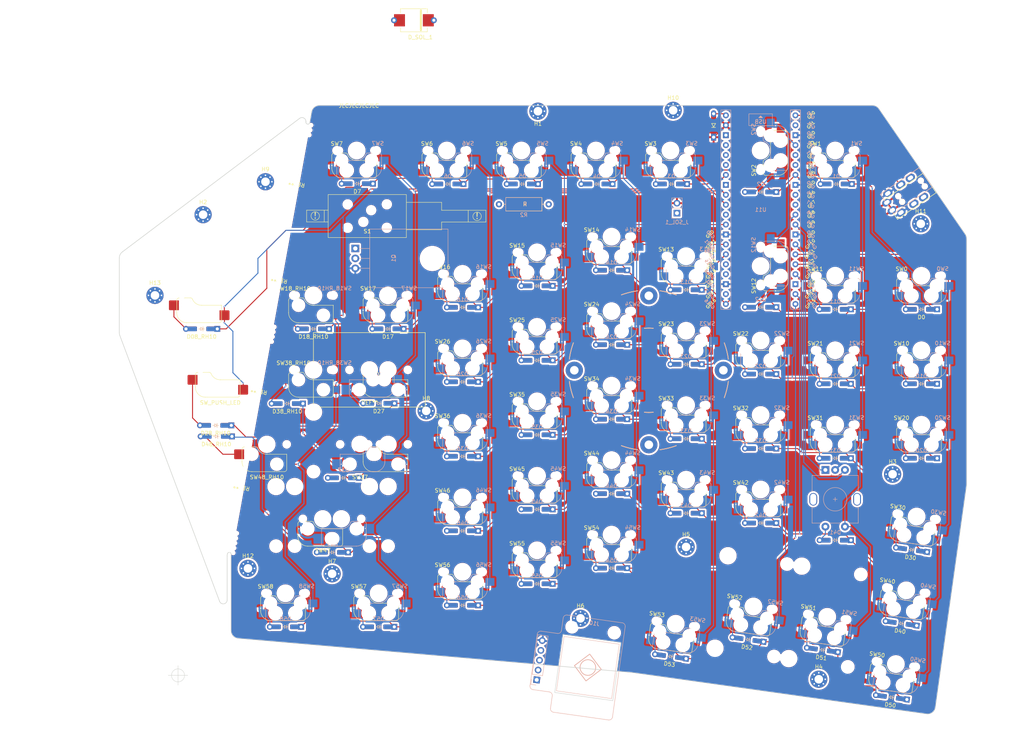
<source format=kicad_pcb>
(kicad_pcb (version 20221018) (generator pcbnew)
  (layers (0 "F.Cu" signal) (31 "B.Cu" signal) (34 "B.Paste" user) (35 "F.Paste" user) (36 "B.SilkS" user "B.Silkscreen") (37 "F.SilkS" user "F.Silkscreen") (38 "B.Mask" user) (39 "F.Mask" user) (44 "Edge.Cuts" user))
  (net 0 "")
  (net 1 "row0")
  (net 2 "row1")
  (net 3 "Net-(D1-A)")
  (net 4 "Net-(D2-A)")
  (net 5 "Net-(D3-A)")
  (net 6 "Net-(D4-A)")
  (net 7 "Net-(D5-A)")
  (net 8 "Net-(D6-A)")
  (net 9 "row2")
  (net 10 "Net-(D7-A)")
  (net 11 "Net-(D08_RH10-A)")
  (net 12 "Net-(D10-A)")
  (net 13 "Net-(D11-A)")
  (net 14 "Net-(D12-A)")
  (net 15 "Net-(D13-A)")
  (net 16 "Net-(D14-A)")
  (net 17 "Net-(D15-A)")
  (net 18 "row3")
  (net 19 "Net-(D16-A)")
  (net 20 "Net-(D17-A)")
  (net 21 "Net-(D18_RH10-A)")
  (net 22 "Net-(D20-A)")
  (net 23 "Net-(D21-A)")
  (net 24 "Net-(D22-A)")
  (net 25 "Net-(D23-A)")
  (net 26 "Net-(D24-A)")
  (net 27 "Net-(D25-A)")
  (net 28 "Net-(D26-A)")
  (net 29 "Net-(D27-A)")
  (net 30 "SW41B")
  (net 31 "Net-(D28_RH10-A)")
  (net 32 "Net-(D30-A)")
  (net 33 "Net-(D31-A)")
  (net 34 "Net-(D32-A)")
  (net 35 "Net-(D33-A)")
  (net 36 "row5")
  (net 37 "Net-(D34-A)")
  (net 38 "Net-(D35-A)")
  (net 39 "Net-(D36-A)")
  (net 40 "Net-(D37-A)")
  (net 41 "row4")
  (net 42 "Net-(D38_RH10-A)")
  (net 43 "Net-(D40-A)")
  (net 44 "Net-(D42-A)")
  (net 45 "Net-(D43-A)")
  (net 46 "Net-(D44-A)")
  (net 47 "col2")
  (net 48 "col3")
  (net 49 "col4")
  (net 50 "col5")
  (net 51 "col6")
  (net 52 "Net-(D45-A)")
  (net 53 "SW41A")
  (net 54 "encA")
  (net 55 "encB")
  (net 56 "Net-(D46-A)")
  (net 57 "GND")
  (net 58 "SOLENOID_CONTROL")
  (net 60 "Net-(D47-A)")
  (net 61 "Net-(D48_RH10-A)")
  (net 62 "Net-(D50-A)")
  (net 63 "Net-(D51-A)")
  (net 64 "Net-(D52-A)")
  (net 65 "Net-(D53-A)")
  (net 66 "Net-(D54-A)")
  (net 67 "Net-(D55-A)")
  (net 68 "Net-(D56-A)")
  (net 69 "Net-(D57-A)")
  (net 70 "Net-(D58-A)")
  (net 71 "Net-(J_SOL_1-Pin_1)")
  (net 72 "col0")
  (net 73 "Net-(Q1-B)")
  (net 75 "col7")
  (net 76 "col8")
  (net 77 "VCC")
  (net 78 "SDA")
  (net 79 "SCL")
  (net 81 "DATA")
  (net 83 "Net-(D18-A)")
  (net 95 "Net-(D0-A)")
  (footprint "ergodonk_pico:Cherry_MX_DS_Hotswap_1U_sofle3b v2" (layer "F.Cu") (at 218.02 103.968 180)
    (fp_text reference "SW31")
    (fp_text value "SW_PUSH_LED" hide)
  )
  (footprint "ergodonk_simple:mousebites_1mm_3up" (layer "F.Cu") (at 83.84 28.59 -10.3)
    (fp_text reference "REF**" hide)
    (fp_text value "mousebites 1mm" hide)
  )
  (footprint "ergodonk_kicad_library:D_SOD-123_DO-35_Hybrid_DoubleSided" (layer "F.Cu") (at 103.72 79.443 180)
    (fp_text reference "D17")
    (fp_text value "D")
  )
  (footprint "ergodonk_pico:Cherry_MX_DS_Hotswap_1U_sofle3b v2" (layer "F.Cu") (at 141.82 136.068 180)
    (fp_text reference "SW55")
    (fp_text value "SW_PUSH_LED" hide)
  )
  (footprint "MountingHole:MountingHole_2.2mm_M2_Pad_Via" (layer "F.Cu") (at 89.443274 142.07)
    (fp_text reference "H7")
    (fp_text value "MountingHole")
  )
  (footprint "ergodonk_kicad_library:D_SOD-123_DO-35_Hybrid_DoubleSided" (layer "F.Cu") (at 234.88 154.77 172)
    (fp_text reference "D40")
    (fp_text value "D")
  )
  (footprint "MountingHole:MountingHole_2.2mm_M2_Pad_Via" (layer "F.Cu") (at 179.92 135.21175)
    (fp_text reference "H5")
    (fp_text value "MountingHole")
  )
  (footprint "ergodonk_pico:Cherry_MX_DS_Hotswap_1U_sofle3b v2" (layer "F.Cu") (at 122.77 65.368 180)
    (fp_text reference "SW16")
    (fp_text value "SW_PUSH_LED" hide)
  )
  (footprint "ergodonk_pico:Cherry_MX_DS_Hotswap_1U_sofle3b v2" (layer "F.Cu") (at 118.77 33.818 180)
    (fp_text reference "SW6")
    (fp_text value "SW_PUSH_LED" hide)
  )
  (footprint "MountingHole:MountingHole_2.2mm_M2_Pad_Via" (layer "F.Cu") (at 67.94 140.7)
    (fp_text reference "H12")
    (fp_text value "MountingHole")
  )
  (footprint "MountingHole:MountingHole_2.2mm_M2_Pad_Via" (layer "F.Cu") (at 56.47 50.23)
    (fp_text reference "H2")
    (fp_text value "MountingHole")
  )
  (footprint "ergodonk_pico:Cherry_MX_DS_Hotswap_1U_sofle3b v2" (layer "F.Cu") (at 160.87 55.868 180)
    (fp_text reference "SW14")
    (fp_text value "SW_PUSH_LED" hide)
  )
  (footprint "ergodonk_pico:Cherry_MX_DS_Hotswap_1U_sofle3b v2" (layer "F.Cu") (at 179.92 118.018 180)
    (fp_text reference "SW43")
    (fp_text value "SW_PUSH_LED" hide)
  )
  (footprint "ergodonk_kicad_library:D_SOD-123_DO-35_Hybrid_DoubleSided" (layer "F.Cu") (at 95.87 42.3 180)
    (fp_text reference "D7")
    (fp_text value "D")
  )
  (footprint "MountingHole:MountingHole_2.2mm_M2_Pad_Via" (layer "F.Cu") (at 213.83 169.05)
    (fp_text reference "H4")
    (fp_text value "MountingHole")
  )
  (footprint "ergodonk_pico:Cherry_MX_DS_Hotswap_1U_sofle3b v2" (layer "F.Cu") (at 233.534578 165.173288 172)
    (fp_text reference "SW50")
    (fp_text value "SW_PUSH_LED" hide)
  )
  (footprint "ergodonk_pico:Cherry_MX_DS_Hotswap_1U_sofle3b v2" (layer "F.Cu") (at 198.97 82.418 180)
    (fp_text reference "SW22")
    (fp_text value "SW_PUSH_LED" hide)
  )
  (footprint "ergodonk_pico:Cherry_MX_DS_Hotswap_1U_sofle3b v2" (layer "F.Cu") (at 156.87 33.818 180)
    (fp_text reference "SW4")
    (fp_text value "SW_PUSH_LED" hide)
  )
  (footprint "ergodonk_pico:Cherry_MX_DS_Hotswap_1U_sofle3b v2" (layer "F.Cu") (at 95.72 33.818 180)
    (fp_text reference "SW7")
    (fp_text value "SW_PUSH_LED" hide)
  )
  (footprint "ergodonk_pico:Cherry_MX_DS_Hotswap_1U_sofle3b v2" (layer "F.Cu") (at 197.131639 150.439435 172)
    (fp_text reference "SW52")
    (fp_text value "SW_PUSH_LED" hide)
  )
  (footprint "ergodonk_pico:Cherry_MX_DS_Hotswap_1U_sofle3b v2" (layer "F.Cu") (at 160.87 113.018 180)
    (fp_text reference "SW44")
    (fp_text value "SW_PUSH_LED" hide)
  )
  (footprint "ergodonk_pico:Cherry_MX_DS_Hotswap_1U_sofle3b v2" (layer "F.Cu") (at 122.77 84.418 180)
    (fp_text reference "SW26")
    (fp_text value "SW_PUSH_LED" hide)
  )
  (footprint "ergodonk_pico:Cherry_MX_DS_Hotswap_1U_sofle3b v2" (layer "F.Cu") (at 122.77 141.568 180)
    (fp_text reference "SW56")
    (fp_text value "SW_PUSH_LED" hide)
  )
  (footprint "ergodonk_simple:mousebites_1mm_4up" (layer "F.Cu") (at 74.33 80.82 -10.3)
    (fp_text reference "REF**" hide)
    (fp_text value "mousebites 1mm" hide)
  )
  (footprint "ergodonk_pico:Cherry_MX_DS_Hotswap_1U_sofle3b v2" (layer "F.Cu") (at 122.77 122.518 180)
    (fp_text reference "SW46")
    (fp_text value "SW_PUSH_LED" hide)
  )
  (footprint "ergodonk_simple:V2_CherryMX_DoubleSided_Hotswap_miniE_1.5u_LH_1u_RH" (layer "F.Cu") (at 98.9575 89.918)
    (fp_text reference "SW27" hide)
    (fp_text value "SW_PUSH_LED" hide)
  )
  (footprint "ergodonk_pico:Cherry_MX_DS_Hotswap_1U_sofle3b v2" (layer "F.Cu") (at 137.82 33.818 180)
    (fp_text reference "SW5")
    (fp_text value "SW_PUSH_LED" hide)
  )
  (footprint "MountingHole:MountingHole_2.2mm_M2_Pad_Via" (layer "F.Cu") (at 176.61 23.54)
    (fp_text reference "H10")
    (fp_text value "MountingHole")
  )
  (footprint "ergodonk_pico:D3_TH_SMD_v2" (layer "F.Cu") (at 186.95 27.41 90)
    (fp_text reference "D18" hide)
    (fp_text value "D" hide)
  )
  (footprint "ergodonk_pico:Cherry_MX_DS_Hotswap_1U_sofle3b v2" (layer "F.Cu") (at 240.07 84.918 180)
    (fp_text reference "SW10")
    (fp_text value "SW_PUSH_LED" hide)
  )
  (footprint "ergodonk_simple:slot 24mm" (layer "F.Cu") (at 80.467494 41.86147 169.7)
    (fp_text reference "REF**")
    (fp_text value "slot 24mm")
  )
  (footprint "ergodonk_pico:Cherry_MX_DS_Hotswap_1U_sofle3b v2" (layer "F.Cu") (at 141.82 97.968 180)
    (fp_text reference "SW35")
    (fp_text value "SW_PUSH_LED" hide)
  )
  (footprint "ergodonk_simple:Cherry_MX_DS_Hotswap_1U_oneside" (layer "F.Cu") (at 84.67 70.868 180)
    (fp_text reference "SW18_RH10")
    (fp_text value "SW_PUSH_LED" hide)
  )
  (footprint "ergodonk_pico:Cherry_MX_DS_Hotswap_1U_sofle3b v2" (layer "F.Cu") (at 141.82 59.868 180)
    (fp_text reference "SW15")
    (fp_text value "SW_PUSH_LED" hide)
  )
  (footprint "ergodonk_pico:Cherry_MX_DS_Hotswap_1U_sofle3b v2" (layer "F.Cu") (at 218.02 84.918 180)
    (fp_text reference "SW21")
    (fp_text value "SW_PUSH_LED" hide)
  )
  (footprint "MountingHole:MountingHole_2.2mm_M2_Pad_Via" (layer "F.Cu") (at 232.7 116.61)
    (fp_text reference "H3")
    (fp_text value "MountingHole")
  )
  (footprint "ergodonk_kicad_library:MJ-4PP-9_CANTOR_KITCHEN_SINK" (layer "F.Cu") (at 242.140363 42.132673 -55.5)
    (fp_text reference "J11")
    (fp_text value "4PIN" hide)
  )
  (footprint "ergodonk_kicad_library:D_SOD-123_DO-35_Hybrid_DoubleSided" (layer "F.Cu") (at 101.38 98.493 180)
    (fp_text reference "D27")
    (fp_text value "D")
  )
  (footprint "ergodonk_pico:Cherry_MX_DS_Hotswap_1U_sofle3b v2" (layer "F.Cu") (at 103.72 70.868 180)
    (fp_text reference "SW17")
    (fp_text value "SW_PUSH_LED" hide)
  )
  (footprint "ergodonk_simple:slot 24mm" (layer "F.Cu") (at 75.997439 66.458596 169.7)
    (fp_text reference "REF**")
    (fp_text value "slot 24mm")
  )
  (footprint "ergodonk_kicad_library:uxcell a14092600ux0438 solenoid" (layer "F.Cu") (at 98.4275 50.58 180)
    (fp_text reference "S1")
    (fp_text value "Solenoid")
  )
  (footprint "MountingHole:MountingHole_2.2mm_M2_Pad_Via" (layer "F.Cu") (at 152.9325 153.468)
    (fp_text reference "H6")
    (fp_text value "MountingHole")
  )
  (footprint "ergodonk_pico:Cherry_MX_DS_Hotswap_1U_sofle3b v2" (layer "F.Cu") (at 238.837073 127.444075 172)
    (fp_text reference "SW30")
    (fp_text value "SW_PUSH_LED" hide)
  )
  (footprint "ergodonk_pico:2u_Stab" (layer "F.Cu") (at 215.995595 153.089737 82)
    (fp_text reference "REF**" hide)
    (fp_text value "REF**" hide)
  )
  (footprint "ergodonk_kicad_library:MUR340S_IN4001_TH_HYBRID" (layer "F.Cu") (at 110.35 0.51 180)
    (fp_text reference "D_SOL_1")
    (fp_text value "MUR340S")
  )
  (footprint "ergodonk_pico:Cherry_MX_DS_Hotswap_1U_sofle3b v2" (layer "F.Cu") (at 101.33875 147.068 180)
    (fp_text reference "SW57")
    (fp_text value "SW_PUSH_LED" hide)
  )
  (footprint "MountingHole:MountingHole_2.2mm_M2_Pad_Via" (layer "F.Cu") (at 142.05 23.77 180)
    (fp_text reference "H1")
    (fp_text value "MountingHole")
  )
  (footprint "ergodonk_kicad_library:D_SOD-123_DO-35_Hybrid_DoubleSided" (layer "F.Cu") (at 232.383395 173.67 172)
    (fp_text reference "D50")
    (fp_text value "D")
  )
  (footprint "ergodonk_simple:V2_CherryMX_DoubleSided_Hotswap_miniE_1.75u_LH_1u_RH" (layer "F.Cu") (at 96.57625 108.968)
    (fp_text reference "SW37")
    (fp_text value "SW_PUSH_LED")
  )
  (footprint "ergodonk_kicad_library:Tenting_Puck.kicad_mod_nocenter" (layer "F.Cu") (at 170.395 90.023)
    (fp_text reference "REF**")
    (fp_text value "Tenting Puck")
  )
  (footprint "ergodonk_pico:Cherry_MX_DS_Hotswap_1U_sofle3b v2" (layer "F.Cu") (at 160.87 74.918 180)
    (fp_text reference "SW24")
    (fp_text value "SW_PUSH_LED" hide)
  )
  (footprint "ergodonk_pico:Cherry_MX_DS_Hotswap_1U_sofle3b v2" (layer "F.Cu") (at 218.02 33.818 180)
    (fp_text reference "SW1")
    (fp_text value "SW_PUSH_LED" hide)
  )
  (footprint "ergodonk_pico:Cherry_MX_DS_Hotswap_1U_sofle3b v2" (layer "F.Cu") (at 198.97 33.818 -90)
    (fp_text reference "SW2")
    (fp_text value "SW_PUSH_LED" hide)
  )
  (footprint "ergodonk_kicad_library:D_SOD-123_DO-35_Hybrid_DoubleSided" (layer "F.Cu") (at 214.74 161.55 172)
    (fp_text reference "D51")
    (fp_text value "D")
  )
  (footprint "ergodonk_kicad_library:D_SOD-123_DO-35_Hybrid_DoubleSided" (layer "F.Cu") (at 240.07 74.443 180)
    (fp_text reference "D0")
    (fp_text value "D")
  )
  (footprint "ergodonk_pico:Cherry_MX_DS_Hotswap_1U_sofle3b v2" (layer "F.Cu") (at 240.07 103.968 180)
    (fp_text reference "SW20")
    (fp_text value "SW_PUSH_LED" hide)
  )
  (footprint "ergodonk_pico:Cherry_MX_DS_Hotswap_1U_sofle3b v2" (layer "F.Cu") (at 198.97 120.518 180)
    (fp_text reference "SW42")
    (fp_text value "SW_PUSH_LED" hide)
  )
  (footprint "ergodonk_pico:Cherry_MX_DS_Hotswap_1U_sofle3b v2" (layer "F.Cu") (at 160.87 93.968 180)
    (fp_text reference "SW34")
    (fp_text value "SW_PUSH_LED" hide)
  )
  (footprint "ergodonk_pico:Cherry_MX_DS_Hotswap_1U_sofle3b v2" (layer "F.Cu") (at 240.07 65.868 180)
    (fp_text reference "SW0")
    (fp_text value "SW_PUSH_LED" hide)
  )
  (footprint "ergodonk_pico:Cherry_MX_DS_Hotswap_1U_sofle3b v2" (layer "F.Cu") (at 77.52625 147.068 180)
    (fp_text reference "SW58")
    (fp_text value "SW_PUSH_LED" hide)
  )
  (footprint "ergodonk_pico:Cherry_MX_DS_Hotswap_1U_sofle3b v2" (layer "F.Cu") (at 175.92 33.818 180)
    (fp_text reference "SW3")
    (fp_text value "SW_PUSH_LED" hide)
  )
  (footprint "ergodonk_kicad_library:D_SOD-123_DO-35_Hybrid_DoubleSided" (layer "F.Cu") (at 59.84 106.94 180)
    (fp_text reference "D48_RH10")
    (fp_text value "D")
  )
  (footprint "ergodonk_pico:Cherry_MX_DS_Hotswap_1U_sofle3b v2" (layer "F.Cu") (at 122.77 103.468 180)
    (fp_text reference "SW36")
    (fp_text value "SW_PUSH_LED" hide)
  )
  (footprint "ergodonk_pico:Cherry_MX_DS_Hotswap_1U_sofle3b v2" (layer "F.Cu") (at 236.185825 146.308681 172)
    (fp_text reference "SW40")
    (fp_text value "SW_PUSH_LED" hide)
  )
  (footprint "ergodonk_pico:Cherry_MX_DS_Hotswap_1U_sofle3b v2" (layer "F.Cu") (at 141.82 78.918 180)
    (fp_text reference "SW25")
    (fp_text value "SW_PUSH_LED" hide)
  )
  (footprint "ergodonk_simple:Cherry_MX_DS_Hotswap_1U_oneside" (layer "F.Cu") (at 84.67 89.918 180)
    (fp_text reference "SW38_RH10")
    (fp_text value "SW_PUSH_LED" hide)
  )
  (footprint "ergodonk_simple:mousebites_1mm_5up" (layer "F.Cu") (at 64.63 134.23 -10.3)
    (fp_text reference "REF**" hide)
    (fp_text value "mousebites 1mm" hide)
  )
  (footprint "ergodonk_kicad_library:D_SOD-123_DO-35_Hybrid_DoubleSided" (layer "F.Cu") (at 77.98 98.54 180)
    (fp_text reference "D38_RH10")
    (fp_text value "D")
  )
  (footprint "MountingHole:MountingHole_2.2mm_M2_Pad_Via" (layer "F.Cu") (at 44.17 70.868)
    (fp_text reference "H13")
    (fp_text value "MountingHole")
  )
  (footprint "ergodonk_simple:slot 24mm" (layer "F.Cu") (at 66.36 119.49 169.7)
    (fp_text reference "REF**")
    (fp_text value "slot 24mm")
  )
  (footprint "ergodonk_pico:Cherry_MX_DS_Hotswap_1U_sofle3b v2" (layer "F.Cu") (at 198.97 101.468 180)
    (fp_text reference "SW32")
    (fp_text value "SW_PUSH_LED" hide)
  )
  (footprint "ergodonk_pico:Cherry_MX_DS_Hotswap_1U_sofle3b v2" (layer "F.Cu") (at 218.02 65.868 180)
    (fp_text reference "SW11")
    (fp_text value "SW_PUSH_LED" hide)
  )
  (footprint "ergodonk_pico:Cherry_MX_DS_Hotswap_1U_sofle3b v2" (layer "F.Cu") (at 160.87 132.068 180)
    (fp_text reference "SW54")
    (fp_text value "SW_PUSH_LED" hide)
  )
  (footprint "ergodonk_kicad_library:D_SOD-123_DO-35_Hybrid_DoubleSided" (layer "F.Cu") (at 195.74 158.9 172)
    (fp_text reference "D52")
    (fp_text value "D")
  )
  (footprint "ergodonk_pico:2u_Stab" (layer "F.Cu") (at 197.131639 150.439435 82)
    (fp_text reference "REF**" hide)
    (fp_text value "REF**" hide)
  )
  (footprint "ergodonk_pico:Cherry_MX_DS_Hotswap_1U_sofle3b v2" (layer "F.Cu") (at 177.272164 154.861469 172)
    (fp_text reference "SW53")
    (fp_text value "SW_PUSH_LED" hide)
  )
  (footprint "ergodonk_simple:V2_CherryMX_DoubleSided_Hotswap_miniE_2.25u_RH_ONLY" (layer "F.Cu") (at 72.76375 108.968)
    (fp_text reference "SW48_RH10")
    (fp_text value "SW_PUSH_LED" hide)
  )
  (footprint "ergodonk_simple:slot 24mm" (layer "F.Cu") (at 70.830055 94.892874 169.7)
    (fp_text reference "REF**")
    (fp_text value "slot 24mm")
  )
  (footprint "ergodonk_kicad_library:D_SOD-123_DO-35_Hybrid_DoubleSided" (layer "F.Cu") (at 59.68 104.12 180)
    (fp_text reference "D28_RH10")
    (fp_text value "D")
  )
  (footprint "MountingHole:MountingHole_2.2mm_M2_Pad_Via" (layer "F.Cu") (at 239.91 52.56)
    (fp_text reference "H11")
    (fp_text value "MountingHole")
  )
  (footprint "ergodonk_simple:V2_CherryMX_DoubleSided_Hotswap_miniE_2u_RH_ONLY" (layer "F.Cu") (at 56.095 70.868)
    (fp_text reference "SW08_RH10" hide)
    (fp_text value "SW_PUSH_LED" hide)
  )
  (footprint "MountingHole:MountingHole_2.2mm_M2_Pad_Via" (layer "F.Cu") (at 113.5 100.41)
    (fp_text reference "H8")
    (fp_text value "MountingHole")
  )
  (footprint "ergodonk_kicad_library:D_SOD-123_DO-35_Hybrid_DoubleSided" (layer "F.Cu") (at 84.67 79.443 180)
    (fp_text reference "D18_RH10")
    (fp_text value "D")
  )
  (footprint "MountingHole:MountingHole_2.2mm_M2_Pad_Via" (layer "F.Cu") (at 72.41 41.81)
    (fp_text reference "H9")
    (fp_text value "MountingHole")
  )
  (footprint "ergodonk_kicad_library:D_SOD-123_DO-35_Hybrid_DoubleSided" (layer "F.Cu") (at 56.095 79.443 180)
    (fp_text reference "D08_RH10")
    (fp_text value "D")
  )
  (footprint "ergodonk_kicad_library:D_SOD-123_DO-35_Hybrid_DoubleSided" (layer "F.Cu") (at 237.54 135.94 172)
    (fp_text reference "D30")
    (fp_text value "D")
  )
  (footprint "ergodonk_pico:Cherry_MX_DS_Hotswap_1U_sofle3b v2" (layer "F.Cu") (at 141.82 117.018 180)
    (fp_text reference "SW45")
    (fp_text value "SW_PUSH_LED" hide)
  )
  (footprint "ergodonk_pico:Cherry_MX_DS_Hotswap_1U_sofle3b v2" (layer "F.Cu") (at 215.995595 153.089737 172)
    (fp_text reference "SW51")
    (fp_text value "SW_PUSH_LED" hide)
  )
  (footprint "ergodonk_pico:Cherry_MX_DS_Hotswap_1U_sofle3b v2" (layer "F.Cu") (at 179.92 79.918 180)
    (fp_text reference "SW23")
    (fp_text value "SW_PUSH_LED" hide)
  )
  (footprint "ergodonk_pico:Cherry_MX_DS_Hotswap_1U_sofle3b v2" (layer "F.Cu") (at 179.92 60.868 180)
    (fp_text reference "SW13")
    (fp_text value "SW_PUSH_LED" hide)
  )
  (footprint "ergodonk_simple:V2_CherryMX_DoubleSided_Hotswap_miniE_1.5u_RH_ONLY" (layer "F.Cu") (at 60.8575 89.918)
    (fp_text reference "SW28_RH10")
    (fp_text value "SW_PUSH_LED")
  )
  (footprint "ergodonk_pico:Cherry_MX_DS_Hotswap_1U_sofle3b v2" (layer "F.Cu") (at 179.92 98.968 180)
    (fp_text reference "SW33")
    (fp_text value "SW_PUSH_LED" hide)
  )
  (footprint "ergodonk_pico:Cherry_MX_DS_Hotswap_1U_sofle3b v2" (layer "F.Cu") (at 198.97 63.368 -90)
    (fp_text reference "SW12")
    (fp_text value "SW_PUSH_LED" hide)
  )
  (footprint "ergodonk_simple:V2_CherryMX_DoubleSided_Hotswap_miniE_2.25u_LH_2.75u_RH" (layer "F.Cu") (at 87.05125 127.69355)
    (fp_text reference "SW47")
    (fp_text value "SW_PUSH_LED")
  )
  (footprint "ergodonk_kicad_library:D_SOD-123_DO-35_Hybrid_DoubleSided" (layer "F.Cu") (at 175.94 163.22 172)
    (fp_text reference "D53")
    (fp_text value "D")
  )
  (footprint "ergodonk_kicad_library:D_SOD-123_DO-35_Hybrid_DoubleSided" (layer "B.Cu") (at 77.52625 155.643 180)
    (fp_text reference "D58")
    (fp_text value "D")
  )
  (footprint "ergodonk_kicad_library:D_SOD-123_DO-35_Hybrid_DoubleSided" (layer "B.Cu") (at 141.82 144.643 180)
    (fp_text reference "D55")
    (fp_text value "D")
  )
  (footprint "ergodonk_kicad_library:D_SOD-123_DO-35_Hybrid_DoubleSided" (layer "B.Cu") (at 122.77 131.093 180)
    (fp_text reference "D46")
    (fp_text value "D")
  )
  (footprint "ergodonk_kicad_library:pimoroni_trackball" (layer "B.Cu") (at 141.739233 169.212163 -8)
    (fp_text reference "J10")
    (fp_text value "Pimaroni Trackball")
    (fp_rect (start 5.01 2.55) (end 20.01 -12.45) (stroke (width 0.12)) (fill none) (layer "Edge.Cuts"))
  )
  (footprint "ergodonk_kicad_library:D_SOD-123_DO-35_Hybrid_DoubleSided" (layer "B.Cu") (at 141.82 68.443 180)
    (fp_text reference "D15")
    (fp_text value "D")
  )
  (footprint "ergodonk_kicad_library:D_SOD-123_DO-35_Hybrid_DoubleSided" (layer "B.Cu") (at 160.87 140.643 180)
    (fp_text reference "D54")
    (fp_text value "D")
  )
  (footprint "ergodonk_kicad_library:D_SOD-123_DO-35_Hybrid_DoubleSided" (layer "B.Cu") (at 122.77 150.143 180)
    (fp_text reference "D56")
    (fp_text value "D")
  )
  (footprint "ergodonk_kicad_library:D_SOD-123_DO-35_Hybrid_DoubleSided" (layer "B.Cu") (at 138.07 42.393 180)
    (fp_text reference "D5")
    (fp_text value "D")
  )
  (footprint "ergodonk_kicad_library:D_SOD-123_DO-35_Hybrid_DoubleSided" (layer "B.Cu") (at 179.92 69.443 180)
    (fp_text reference "D13")
    (fp_text value "D")
  )
  (footprint "ergodonk_kicad_library:D_SOD-123_DO-35_Hybrid_DoubleSided" (layer "B.Cu") (at 198.97 110.043 180)
    (fp_text reference "D32")
    (fp_text value "D")
  )
  (footprint "ergodonk_kicad_library:D_SOD-123_DO-35_Hybrid_DoubleSided" (layer "B.Cu") (at 122.77 92.993 180)
    (fp_text reference "D26")
    (fp_text value "D")
  )
  (footprint "ergodonk_kicad_library:RotaryEncoder_EC11_ergodonk_variant" (layer "B.Cu") (at 218.02 123.018 -90)
    (fp_text reference "SWLH_ROT1")
    (fp_text value "RotaryEncoder_Switch")
  )
  (footprint "ergodonk_kicad_library:D_SOD-123_DO-35_Hybrid_DoubleSided" (layer "B.Cu") (at 198.97 44.43 180)
    (fp_text reference "D2")
    (fp_text value "D")
  )
  (footprint "ergodonk_kicad_library:Tip 120 with heatsink" (layer "B.Cu") (at 106.61 61.41 -90)
    (fp_text reference "Q1")
    (fp_text value "TIP120")
  )
  (footprint "ergodonk_kicad_library:D_SOD-123_DO-35_Hybrid_DoubleSided" (layer "B.Cu") (at 218.02 93.493 180)
    (fp_text reference "D21")
    (fp_text value "D")
  )
  (footprint "ergodonk_kicad_library:D_SOD-123_DO-35_Hybrid_DoubleSided" (layer "B.Cu") (at 92.35 117.543 180)
    (fp_text reference "D37")
    (fp_text value "D")
  )
  (footprint "ergodonk_kicad_library:D_SOD-123_DO-35_Hybrid_DoubleSided" (layer "B.Cu") (at 198.97 129.093 180)
    (fp_text reference "D42")
    (fp_text value "D")
  )
  (footprint "ergodonk_kicad_library:D_SOD-123_DO-35_Hybrid_DoubleSided" (layer "B.Cu") (at 179.92 107.543 180)
    (fp_text reference "D33")
    (fp_text value "D")
  )
  (footprint "ergodonk_kicad_library:D_SOD-123_DO-35_Hybrid_DoubleSided" (layer "B.Cu") (at 218.02 74.443 180)
    (fp_text reference "D11")
    (fp_text value "D")
  )
  (footprint "ergodonk_kicad_library:D_SOD-123_DO-35_Hybrid_DoubleSided" (layer "B.Cu") (at 198.97 73.89 180)
    (fp_text reference "D12")
    (fp_text value "D")
  )
  (footprint "ergodonk_kicad_library:D_SOD-123_DO-35_Hybrid_DoubleSided" (layer "B.Cu") (at 141.82 87.493 180)
    (fp_text reference "D25")
    (fp_text value "D")
  )
  (footprint "ergodonk_kicad_library:D_SOD-123_DO-35_Hybrid_DoubleSided" (layer "B.Cu") (at 160.87 102.543 180)
    (fp_text reference "D34")
    (fp_text value "D")
  )
  (footprint "ergodonk_kicad_library:D_SOD-123_DO-35_Hybrid_DoubleSided" (layer "B.Cu") (at 157.12 42.393 180)
    (fp_text reference "D4")
    (fp_text value "D")
  )
  (footprint "ergodonk_kicad_library:D_SOD-123_DO-35_Hybrid_DoubleSided" (layer "B.Cu") (at 218.27 42.393 180)
    (fp_text reference "D1")
    (fp_text value "D")
  )
  (footprint "ergodonk_kicad_library:D_SOD-123_DO-35_Hybrid_DoubleSided" (layer "B.Cu") (at 89.53 136.593 180)
    (fp_text reference "D47")
    (fp_text value "D")
  )
  (footprint "ergodonk_simple:RPi_Pico_SMD_TH_DS_Simple_v1" (layer "B.Cu") (at 199.043 48.948 180)
    (fp_text reference "U11")
    (fp_text value "Pico" hide)
  )
  (footprint "ergodonk_kicad_library:D_SOD-123_DO-35_Hybrid_DoubleSided" (layer "B.Cu") (at 119.02 42.393 180)
    (fp_text reference "D6")
    (fp_text value "D")
  )
  (footprint "ergodonk_kicad_library:D_SOD-123_DO-35_Hybrid_DoubleSided" (layer "B.Cu") (at 160.87 83.493 180)
    (fp_text reference "D24")
    (fp_text value "D")
  )
  (footprint "ergodonk_kicad_library:D_SOD-123_DO-35_Hybrid_DoubleSided" (layer "B.Cu") (at 176.17 42.393 180)
    (fp_text reference "D3")
    (fp_text value "D")
  )
  (footprint "ergodonk_kicad_library:D_SOD-123_DO-35_Hybrid_DoubleSided" (layer "B.Cu") (at 122.77 73.943 180)
    (fp_text reference "D16")
    (fp_text value "D")
  )
  (footprint "ergodonk_kicad_library:D_SOD-123_DO-35_Hybrid_DoubleSided" (layer "B.Cu") (at 141.82 106.543 180)
    (fp_text reference "D35")
    (fp_text value "D")
  )
  (footprint "ergodonk_kicad_library:D_SOD-123_DO-35_Hybrid_DoubleSided" (layer "B.Cu") (at 179.92 126.593 180)
    (fp_text reference "D43")
    (fp_text value "D")
  )
  (footprint "ergodonk_kicad_library:D_SOD-123_DO-35_Hybrid_DoubleSided" (layer "B.Cu") (at 141.82 125.593 180)
    (fp_text reference "D45")
    (fp_text value "D")
  )
  (footprint "ergodonk_kicad_library:D_SOD-123_DO-35_Hybrid_DoubleSided" (layer "B.Cu") (at 198.97 90.993 180)
    (fp_text reference "D22")
    (fp_text value "D")
  )
  (footprint "ergodonk_kicad_library:D_SOD-123_DO-35_Hybrid_DoubleSided" (layer "B.Cu") (at 240.07 112.543 180)
    (fp_text reference "D20")
    (fp_text value "D")
  )
  (footprint "Connector_PinHeader_2.54mm:PinHeader_1x02_P2.54mm_Vertical" (layer "B.Cu") (at 177.58 49.83)
    (fp_text reference "J_SOL_1")
    (fp_text value "Conn_01x02_Female")
  )
  (footprint "ergodonk_kicad_library:D_SOD-123_DO-35_Hybrid_DoubleSided" (layer "B.Cu") (at 160.87 64.443 180)
    (fp_text reference "D14")
    (fp_text value "D")
  )
  (footprint "ergodonk_kicad_library:D_SOD-123_DO-35_Hybrid_DoubleSided" (layer "B.Cu") (at 218.02 112.543 180)
    (fp_text reference "D31")
    (fp_text value "D")
  )
  (footprint "ergodonk_kicad_library:D_SOD-123_DO-35_Hybrid_DoubleSided" (layer "B.Cu") (at 160.87 121.593 180)
    (fp_text reference "D44")
    (fp_text value "D")
  )
  (footprint "ergodonk_kicad_library:D_SOD-123_DO-35_Hybrid_DoubleSided" (layer "B.Cu") (at 122.77 112.043 180)
    (fp_text reference "D36")
    (fp_text value "D")
  )
  (footprint "ergodonk_kicad_library:D_SOD-123_DO-35_Hybrid_DoubleSided" (layer "B.Cu") (at 218.05 133.49 180)
    (fp_text reference "D41")
    (fp_text value "D")
  )
  (footprint "Resistor_THT:R_Axial_DIN0309_L9.0mm_D3.2mm_P12.70mm_Horizontal" (layer "B.Cu") (at 132.09 47.57)
    (fp_text reference "R2")
    (fp_text value "1k")
  )
  (footprint "ergodonk_kicad_library:D_SOD-123_DO-35_Hybrid_DoubleSided" (layer "B.Cu") (at 179.92 88.493 180)
    (fp_text reference "D23")
    (fp_text value "D")
  )
  (footprint "ergodonk_kicad_library:D_SOD-123_DO-35_Hybrid_DoubleSided" (layer "B.Cu") (at 240.07 93.493 180)
    (fp_text reference "D10")
    (fp_text value "D")
  )
  (footprint "ergodonk_kicad_library:D_SOD-123_DO-35_Hybrid_DoubleSided" (layer "B.Cu") (at 101.33875 155.643 180)
    (fp_text reference "D57")
    (fp_text value "D")
  )
  (gr_arc (start 243.625536 176.211346) (mid 242.846833 177.532241) (end 241.361654 177.913536) (stroke (width 0.15)) (layer "Edge.Cuts"))
  (gr_line (start 86.195 22.293) (end 227.55 22.293001) (stroke (width 0.15)) (layer "Edge.Cuts"))
  (gr_arc (start 251.243252 55.207188) (mid 251.505039 55.746917) (end 251.595 56.34) (stroke (width 0.15)) (layer "Edge.Cuts"))
  (gr_line (start 83.741707 26.664316) (end 84.227231 23.935396) (stroke (width 0.15)) (layer "Edge.Cuts"))
  (gr_line (start 166.025689 167.315389) (end 241.361654 177.913536) (stroke (width 0.15)) (layer "Edge.Cuts"))
  (gr_line (start 243.625536 176.211346) (end 251.575535 119.621346) (stroke (width 0.15)) (layer "Edge.Cuts"))
  (gr_arc (start 65.445689 158.585388) (mid 64.145446 157.94418) (end 63.620002 156.593) (stroke (width 0.15)) (layer "Edge.Cuts"))
  (gr_line (start 229.198252 23.160188) (end 251.243252 55.207188) (stroke (width 0.15)) (layer "Edge.Cuts"))
  (gr_arc (start 84.227232 23.935396) (mid 84.913442 22.757553) (end 86.195 22.293003) (stroke (width 0.15)) (layer "Edge.Cuts"))
  (gr_arc (start 63.249689 136.604052) (mid 63.571347 136.811364) (end 63.65223 137.185396) (stroke (width 0.15)) (layer "Edge.Cuts"))
  (gr_line (start 65.445689 158.585388) (end 166.025689 167.315389) (stroke (width 0.15)) (layer "Edge.Cuts"))
  (gr_arc (start 81.146373 25.592731) (mid 82.198198 25.498345) (end 82.748147 26.399899) (stroke (width 0.15)) (layer "Edge.Cuts"))
  (gr_arc (start 251.594999 119.343) (mid 251.590127 119.482513) (end 251.575535 119.621346) (stroke (width 0.15)) (layer "Edge.Cuts"))
  (gr_arc (start 83.158621 27.076664) (mid 82.834102 26.865242) (end 82.757821 26.485514) (stroke (width 0.15)) (layer "Edge.Cuts"))
  (gr_line (start 62.619998 137.543) (end 62.61998 148.77994) (stroke (width 0.15)) (layer "Edge.Cuts"))
  (gr_line (start 35.84137 59.743729) (end 81.146373 25.592731) (stroke (width 0.15)) (layer "Edge.Cuts"))
  (gr_arc (start 62.619998 137.543) (mid 62.632109 137.27371) (end 62.668346 137.006594) (stroke (width 0.15)) (layer "Edge.Cuts"))
  (gr_arc (start 35.172881 81.094683) (mid 35.07723 80.748604) (end 35.045 80.391) (stroke (width 0.15)) (layer "Edge.Cuts"))
  (gr_arc (start 62.61998 148.77994) (mid 61.795851 149.758356) (end 60.683943 149.125784) (stroke (width 0.15)) (layer "Edge.Cuts"))
  (gr_line (start 35.172881 81.094683) (end 60.683943 149.125784) (stroke (width 0.15)) (layer "Edge.Cuts"))
  (gr_line (start 63.620002 156.593) (end 63.62 137.543) (stroke (width 0.15)) (layer "Edge.Cuts"))
  (gr_line (start 251.595 56.34) (end 251.595 119.343) (stroke (width 0.15)) (layer "Edge.Cuts"))
  (gr_arc (start 62.668344 137.006594) (mid 62.875656 136.684936) (end 63.249689 136.604052) (stroke (width 0.15)) (layer "Edge.Cuts"))
  (gr_arc (start 227.55 22.293001) (mid 228.481229 22.523026) (end 229.198252 23.160188) (stroke (width 0.15)) (layer "Edge.Cuts"))
  (gr_arc (start 83.751506 26.666098) (mid 83.540075 26.994143) (end 83.158621 27.076663) (stroke (width 0.15)) (layer "Edge.Cuts"))
  (gr_line (start 35.045 80.391) (end 35.046987 61.341) (stroke (width 0.15)) (layer "Edge.Cuts"))
  (gr_arc (start 35.046987 61.341) (mid 35.256545 60.449047) (end 35.84137 59.743729) (stroke (width 0.15)) (layer "Edge.Cuts"))
  (gr_arc (start 63.62 137.543) (mid 63.628074 137.363473) (end 63.65223 137.185396) (stroke (width 0.15)) (layer "Edge.Cuts"))
  (gr_line (start 82.748147 26.399899) (end 82.757821 26.485514) (stroke (width 0.15)) (layer "Edge.Cuts"))
  (gr_text "JLCJLCJLCJLC" (at 91.04 22.95) (layer "F.SilkS") (effects (font (size 1 1)) (justify left bottom)))
  (target plus (at 50.06 168.06) (size 5) (width 0.1) (layer "Edge.Cuts"))
  (segment (start 140.795 41.118) (end 142.07 42.393) (width 0.25) (layer "F.Cu") (net 1))
  (segment (start 98.423174 42.3) (end 99.87 42.3) (width 0.25) (layer "F.Cu") (net 1))
  (segment (start 96.595 43.225) (end 93.005 43.225) (width 0.25) (layer "F.Cu") (net 1))
  (segment (start 208.725 40.923) (end 220.8 40.923) (width 0.25) (layer "F.Cu") (net 1))
  (segment (start 222.27 42.393) (end 226.583 42.393) (width 0.25) (layer "F.Cu") (net 1))
  (segment (start 226.583 42.393) (end 227.49 43.3) (width 0.25) (layer "F.Cu") (net 1))
  (segment (start 196.35 38.81) (end 188.95 38.81) (width 0.25) (layer "F.Cu") (net 1))
  (segment (start 162.59 40.923) (end 178.7 40.923) (width 0.25) (layer "F.Cu") (net 1))
  (segment (start 203.488 44.43) (end 207.86 40.058) (width 0.25) (layer "F.Cu") (net 1))
  (segment (start 202.97 44.43) (end 203.488 44.43) (width 0.25) (layer "F.Cu") (net 1))
  (segment (start 143.54 40.923) (end 159.65 40.923) (width 0.25) (layer "F.Cu") (net 1))
  (segment (start 202.97 44.43) (end 201.97 44.43) (width 0.25) (layer "F.Cu") (net 1))
  (segment (start 124.295 41.118) (end 140.795 41.118) (width 0.25) (layer "F.Cu") (net 1))
  (segment (start 220.8 40.923) (end 222.27 42.393) (width 0.25) (layer "F.Cu") (net 1))
  (segment (start 178.7 40.923) (end 180.17 42.393) (width 0.25) (layer "F.Cu") (net 1))
  (segment (start 93.005 43.225) (end 81.99 54.24) (width 0.25) (layer "F.Cu") (net 1))
  (segment (start 142.07 42.393) (end 143.54 40.923) (width 0.25) (layer "F.Cu") (net 1))
  (segment (start 81.99 54.24) (end 77.62 54.24) (width 0.25) (layer "F.Cu") (net 1))
  (segment (start 188.95 38.81) (end 185.367 42.393) (width 0.25) (layer "F.Cu") (net 1))
  (segment (start 159.65 40.923) (end 161.12 42.393) (width 0.25) (layer "F.Cu") (net 1))
  (segment (start 99.87 42.3) (end 101.247 40.923) (width 0.25) (layer "F.Cu") (net 1))
  (segment (start 72.75 59.11) (end 72.75 69.05) (width 0.25) (layer "F.Cu") (net 1))
  (segment (start 185.367 42.393) (end 180.17 42.393) (width 0.25) (layer "F.Cu") (net 1))
  (segment (start 123.02 42.393) (end 124.295 41.118) (width 0.25) (layer "F.Cu") (net 1))
  (segment (start 72.75 69.05) (end 62.357 79.443) (width 0.25) (layer "F.Cu") (net 1))
  (segment (start 77.62 54.24) (end 72.75 59.11) (width 0.25) (layer "F.Cu") (net 1))
  (segment (start 201.97 44.43) (end 196.35 38.81) (width 0.25) (layer "F.Cu") (net 1))
  (segment (start 97.52 42.3) (end 96.595 43.225) (width 0.25) (layer "F.Cu") (net 1))
  (segment (start 62.357 79.443) (end 60.095 79.443) (width 0.25) (layer "F.Cu") (net 1))
  (segment (start 101.247 40.923) (end 121.55 40.923) (width 0.25) (layer "F.Cu") (net 1))
  (segment (start 207.86 40.058) (end 208.725 40.923) (width 0.25) (layer "F.Cu") (net 1))
  (segment (start 121.55 40.923) (end 123.02 42.393) (width 0.25) (layer "F.Cu") (net 1))
  (segment (start 161.12 42.393) (end 162.59 40.923) (width 0.25) (layer "F.Cu") (net 1))
  (via (at 227.49 43.3) (size 0.4) (drill 0.25) (layers "F.Cu" "B.Cu") (net 1))
  (segment (start 240.55 71.923) (end 243.07 74.443) (width 0.25) (layer "B.Cu") (net 1))
  (segment (start 243.07 74.443) (end 244.07 74.443) (width 0.25) (layer "B.Cu") (net 1))
  (segment (start 237.645 67.141351) (end 240.55 70.046351) (width 0.25) (layer "B.Cu") (net 1))
  (segment (start 227.49 43.3) (end 227.49 54.708532) (width 0.25) (layer "B.Cu") (net 1))
  (segment (start 240.55 70.046351) (end 240.55 71.923) (width 0.25) (layer "B.Cu") (net 1))
  (segment (start 237.645 64.863532) (end 237.645 67.141351) (width 0.25) (layer "B.Cu") (net 1))
  (segment (start 227.49 54.708532) (end 237.645 64.863532) (width 0.25) (layer "B.Cu") (net 1))
  (segment (start 168.4 67.973) (end 164.87 64.443) (width 0.25) (layer "F.Cu") (net 2))
  (segment (start 240.585 91.258) (end 242.82 93.493) (width 0.25) (layer "F.Cu") (net 2))
  (segment (start 116.037 72.473) (end 109.067 79.443) (width 0.25) (layer "F.Cu") (net 2))
  (segment (start 222.02 74.443) (end 227.093 74.443) (width 0.25) (layer "F.Cu") (net 2))
  (segment (start 240.585 88.925) (end 240.585 91.258) (width 0.25) (layer "F.Cu") (net 2))
  (segment (start 125.3 72.473) (end 116.037 72.473) (width 0.25) (layer "F.Cu") (net 2))
  (segment (start 106.795001 78.518001) (end 106.795001 78.505001) (width 0.25) (layer "F.Cu") (net 2))
  (segment (start 242.82 93.493) (end 244.07 93.493) (width 0.25) (layer "F.Cu") (net 2))
  (segment (start 237.645 84.995) (end 237.645 85.985) (width 0.25) (layer "F.Cu") (net 2))
  (segment (start 190.08 73.078) (end 190.968 72.19) (width 0.25) (layer "F.Cu") (net 2))
  (segment (start 227.093 74.443) (end 237.645 84.995) (width 0.25) (layer "F.Cu") (net 2))
  (segment (start 148.737 68.443) (end 145.82 68.443) (width 0.25) (layer "F.Cu") (net 2))
  (segment (start 154.207 62.973) (end 148.737 68.443) (width 0.25) (layer "F.Cu") (net 2))
  (segment (start 183.92 69.443) (end 182.45 67.973) (width 0.25) (layer "F.Cu") (net 2))
  (segment (start 220.745 75.718) (end 222.02 74.443) (width 0.25) (layer "F.Cu") (net 2))
  (segment (start 126.77 73.943) (end 125.3 72.473) (width 0.25) (layer "F.Cu") (net 2))
  (segment (start 237.645 85.985) (end 240.585 88.925) (width 0.25) (layer "F.Cu") (net 2))
  (segment (start 128.177 73.943) (end 126.77 73.943) (width 0.25) (layer "F.Cu") (net 2))
  (segment (start 182.45 67.973) (end 168.4 67.973) (width 0.25) (layer "F.Cu") (net 2))
  (segment (start 135.14 66.98) (end 128.177 73.943) (width 0.25) (layer "F.Cu") (net 2))
  (segment (start 106.458 78.168) (end 89.945 78.168) (width 0.25) (layer "F.Cu") (net 2))
  (segment (start 204.798 75.718) (end 220.745 75.718) (width 0.25) (layer "F.Cu") (net 2))
  (segment (start 106.795001 78.505001) (end 106.458 78.168) (width 0.25) (layer "F.Cu") (net 2))
  (segment (start 190.08 73.078) (end 186.445 69.443) (width 0.25) (layer "F.Cu") (net 2))
  (segment (start 109.067 79.443) (end 107.72 79.443) (width 0.25) (layer "F.Cu") (net 2))
  (segment (start 186.445 69.443) (end 183.92 69.443) (width 0.25) (layer "F.Cu") (net 2))
  (segment (start 107.72 79.443) (end 106.795001 78.518001) (width 0.25) (layer "F.Cu") (net 2))
  (segment (start 89.945 78.168) (end 88.67 79.443) (width 0.25) (layer "F.Cu") (net 2))
  (segment (start 201.27 72.19) (end 204.798 75.718) (width 0.25) (layer "F.Cu") (net 2))
  (segment (start 144.357 66.98) (end 135.14 66.98) (width 0.25) (layer "F.Cu") (net 2))
  (segment (start 164.87 64.443) (end 163.4 62.973) (width 0.25) (layer "F.Cu") (net 2))
  (segment (start 163.4 62.973) (end 154.207 62.973) (width 0.25) (layer "F.Cu") (net 2))
  (segment (start 190.968 72.19) (end 201.27 72.19) (width 0.25) (layer "F.Cu") (net 2))
  (segment (start 145.82 68.443) (end 144.357 66.98) (width 0.25) (layer "F.Cu") (net 2))
  (segment (start 214.27 40.888) (end 212.32 38.938) (width 0.25) (layer "B.Cu") (net 3))
  (segment (start 214.27 42.393) (end 214.27 40.888) (width 0.25) (layer "B.Cu") (net 3))
  (segment (start 197.58 44.43) (end 201.842 40.168) (width 0.25) (layer "B.Cu") (net 4))
  (segment (start 194.97 44.43) (end 197.58 44.43) (width 0.25) (layer "B.Cu") (net 4))
  (segment (start 201.842 40.168) (end 202.79 40.168) (width 0.25) (layer "B.Cu") (net 4))
  (segment (start 172.17 40.888) (end 170.22 38.938) (width 0.25) (layer "B.Cu") (net 5))
  (segment (start 172.17 42.393) (end 172.17 40.888) (width 0.25) (layer "B.Cu") (net 5))
  (segment (start 153.12 40.888) (end 151.17 38.938) (width 0.25) (layer "B.Cu") (net 6))
  (segment (start 153.12 42.393) (end 153.12 40.888) (width 0.25) (layer "B.Cu") (net 6))
  (segment (start 134.07 42.393) (end 134.07 40.888) (width 0.25) (layer "B.Cu") (net 7))
  (segment (start 134.07 40.888) (end 132.12 38.938) (width 0.25) (layer "B.Cu") (net 7))
  (segment (start 115.02 40.888) (end 113.07 38.938) (width 0.25) (layer "B.Cu") (net 8))
  (segment (start 115.02 42.393) (end 115.02 40.888) (width 0.25) (layer "B.Cu") (net 8))
  (segment (start 144.545 86.218) (end 135.042 86.218) (width 0.25) (layer "F.Cu") (net 9))
  (segment (start 222.02 93.493) (end 223.295 94.768) (width 0.25) (layer "F.Cu") (net 9))
  (segment (start 240.585 108.165) (end 240.585 109.886782) (width 0.25) (layer "F.Cu") (net 9))
  (segment (start 204 92.023) (end 220.55 92.023) (width 0.25) (layer "F.Cu") (net 9))
  (segment (start 164.87 83.493) (end 169.463 83.493) (width 0.25) (layer "F.Cu") (net 9))
  (segment (start 145.82 87.493) (end 146.82 87.493) (width 0.25) (layer "F.Cu") (net 9))
  (segment (start 125.3 91.523) (end 116.227 91.523) (width 0.25) (layer "F.Cu") (net 9))
  (segment (start 190.52 86.87) (end 193.26 89.61) (width 0.25) (layer "F.Cu") (net 9))
  (segment (start 109.257 98.493) (end 105.38 98.493) (width 0.25) (layer "F.Cu") (net 9))
  (segment (start 128.267 92.993) (end 126.77 92.993) (width 0.25) (layer "F.Cu") (net 9))
  (segment (start 220.55 92.023) (end 222.02 93.493) (width 0.25) (layer "F.Cu") (net 9))
  (segment (start 169.463 83.493) (end 172.993 87.023) (width 0.25) (layer "F.Cu") (net 9))
  (segment (start 172.993 87.023) (end 182.45 87.023) (width 0.25) (layer "F.Cu") (net 9))
  (segment (start 183.92 88.493) (end 186.527 88.493) (width 0.25) (layer "F.Cu") (net 9))
  (segment (start 163.595 82.218) (end 164.87 83.493) (width 0.25) (layer "F.Cu") (net 9))
  (segment (start 64.46 104.12) (end 67.45 107.11) (width 0.25) (layer "F.Cu") (net 9))
  (segment (start 188.15 86.87) (end 190.52 86.87) (width 0.25) (layer "F.Cu") (net 9))
  (segment (start 152.095 82.218) (end 163.595 82.218) (width 0.25) (layer "F.Cu") (net 9))
  (segment (start 69.8 107.11) (end 72.61 104.3) (width 0.25) (layer "F.Cu") (net 9))
  (segment (start 146.82 87.493) (end 152.095 82.218) (width 0.25) (layer "F.Cu") (net 9))
  (segment (start 228.188 94.768) (end 237.645 104.225) (width 0.25) (layer "F.Cu") (net 9))
  (segment (start 99.573 104.3) (end 105.38 98.493) (width 0.25) (layer "F.Cu") (net 9))
  (segment (start 145.82 87.493) (end 144.545 86.218) (width 0.25) (layer "F.Cu") (net 9))
  (segment (start 237.645 104.225) (end 237.645 105.225) (width 0.25) (layer "F.Cu") (net 9))
  (segment (start 67.45 107.11) (end 67.85 107.11) (width 0.25) (layer "F.Cu") (net 9))
  (segment (start 63.68 104.12) (end 64.46 104.12) (width 0.25) (layer "F.Cu") (net 9))
  (segment (start 237.645 105.225) (end 240.585 108.165) (width 0.25) (layer "F.Cu") (net 9))
  (segment (start 202.97 90.993) (end 204 92.023) (width 0.25) (layer "F.Cu") (net 9))
  (segment (start 67.85 107.11) (end 69.8 107.11) (width 0.25) (layer "F.Cu") (net 9))
  (segment (start 243.241218 112.543) (end 244.07 112.543) (width 0.25) (layer "F.Cu") (net 9))
  (segment (start 182.45 87.023) (end 183.92 88.493) (width 0.25) (layer "F.Cu") (net 9))
  (segment (start 126.77 92.993) (end 125.3 91.523) (width 0.25) (layer "F.Cu") (net 9))
  (segment (start 201.587 89.61) (end 202.97 90.993) (width 0.25) (layer "F.Cu") (net 9))
  (segment (start 67.85 107.11) (end 69.1 107.11) (width 0.25) (layer "F.Cu") (net 9))
  (segment (start 135.042 86.218) (end 128.267 92.993) (width 0.25) (layer "F.Cu") (net 9))
  (segment (start 240.585 109.886782) (end 243.241218 112.543) (width 0.25) (layer "F.Cu") (net 9))
  (segment (start 193.26 89.61) (end 201.587 89.61) (width 0.25) (layer "F.Cu") (net 9))
  (segment (start 223.295 94.768) (end 228.188 94.768) (width 0.25) (layer "F.Cu") (net 9))
  (segment (start 67.76 107.11) (end 67.85 107.11) (width 0.25) (layer "F.Cu") (net 9))
  (segment (start 72.61 104.3) (end 99.573 104.3) (width 0.25) (layer "F.Cu") (net 9))
  (segment (start 186.527 88.493) (end 188.15 86.87) (width 0.25) (layer "F.Cu") (net 9))
  (segment (start 116.227 91.523) (end 109.257 98.493) (width 0.25) (layer "F.Cu") (net 9))
  (via (at 207.04 92.023) (size 0.4) (drill 0.25) (layers "F.Cu" "B.Cu") (net 9))
  (segment (start 207.445 74.805) (end 206.54 73.9) (width 0.25) (layer "B.Cu") (net 9))
  (segment (start 207.04 92.023) (end 207.04 86.728) (width 0.25) (layer "B.Cu") (net 9))
  (segment (start 207.445 86.323) (end 207.445 74.805) (width 0.25) (layer "B.Cu") (net 9))
  (segment (start 206.54 51.538) (end 207.86 50.218) (width 0.25) (layer "B.Cu") (net 9))
  (segment (start 207.04 86.728) (end 207.445 86.323) (width 0.25) (layer "B.Cu") (net 9))
  (segment (start 206.54 73.9) (end 206.54 51.538) (width 0.25) (layer "B.Cu") (net 9))
  (segment (start 91.87 40.788) (end 90.02 38.938) (width 0.25) (layer "B.Cu") (net 10))
  (segment (start 91.87 42.3) (end 91.87 40.788) (width 0.25) (layer "B.Cu") (net 10))
  (segment (start 49.01 73.408) (end 49.01 76.358) (width 0.25) (layer "F.Cu") (net 11))
  (segment (start 49.01 76.358) (end 52.095 79.443) (width 0.25) (layer "F.Cu") (net 11))
  (segment (start 236.07 91.738) (end 234.37 90.038) (width 0.25) (layer "B.Cu") (net 12))
  (segment (start 236.07 93.493) (end 236.07 91.738) (width 0.25) (layer "B.Cu") (net 12))
  (segment (start 214.02 74.443) (end 214.02 72.688) (width 0.25) (layer "B.Cu") (net 13))
  (segment (start 214.02 72.688) (end 212.32 70.988) (width 0.25) (layer "B.Cu") (net 13))
  (segment (start 201.492 69.718) (end 202.79 69.718) (width 0.25) (layer "B.Cu") (net 14))
  (segment (start 197.32 73.89) (end 201.492 69.718) (width 0.25) (layer "B.Cu") (net 14))
  (segment (start 175.92 69.443) (end 175.92 67.688) (width 0.25) (layer "B.Cu") (net 15))
  (segment (start 175.92 67.688) (end 174.22 65.988) (width 0.25) (layer "B.Cu") (net 15))
  (segment (start 156.87 62.688) (end 155.17 60.988) (width 0.25) (layer "B.Cu") (net 16))
  (segment (start 156.87 64.443) (end 156.87 62.688) (width 0.25) (layer "B.Cu") (net 16))
  (segment (start 137.82 68.443) (end 137.82 66.688) (width 0.25) (layer "B.Cu") (net 17))
  (segment (start 137.82 66.688) (end 136.12 64.988) (width 0.25) (layer "B.Cu") (net 17))
  (segment (start 169.433 102.543) (end 172.963 106.073) (width 0.25) (layer "F.Cu") (net 18))
  (segment (start 184.95 108.573) (end 201.5 108.573) (width 0.25) (layer "F.Cu") (net 18))
  (segment (start 97.97 115.923) (end 111.977 115.923) (width 0.25) (layer "F.Cu") (net 18))
  (segment (start 145.82 106.543) (end 144.35 105.073) (width 0.25) (layer "F.Cu") (net 18))
  (segment (start 182.45 106.073) (end 183.92 107.543) (width 0.25) (layer "F.Cu") (net 18))
  (segment (start 81.92 98.6) (end 81.98 98.54) (width 0.25) (layer "F.Cu") (net 18))
  (segment (start 235.605867 126.128867) (end 235.605867 127.665867) (width 0.25) (layer "F.Cu") (net 18))
  (segment (start 238.620355 130.680355) (end 238.620355 134.722398) (width 0.25) (layer "F.Cu") (net 18))
  (segment (start 96.35 117.543) (end 93.393 117.543) (width 0.25) (layer "F.Cu") (net 18))
  (segment (start 201.5 108.573) (end 202.97 110.043) (width 0.25) (layer "F.Cu") (net 18))
  (segment (start 163.417 101.09) (end 164.87 102.543) (width 0.25) (layer "F.Cu") (net 18))
  (segment (start 128.017 112.043) (end 126.77 112.043) (width 0.25) (layer "F.Cu") (net 18))
  (segment (start 208.435 110.043) (end 209.465 111.073) (width 0.25) (layer "F.Cu") (net 18))
  (segment (start 235.605867 127.665867) (end 238.620355 130.680355) (width 0.25) (layer "F.Cu") (net 18))
  (segment (start 222.02 112.543) (end 235.605867 126.128867) (width 0.25) (layer "F.Cu") (net 18))
  (segment (start 172.963 106.073) (end 182.45 106.073) (width 0.25) (layer "F.Cu") (net 18))
  (segment (start 183.92 107.543) (end 184.95 108.573) (width 0.25) (layer "F.Cu") (net 18))
  (segment (start 222.02 112.543) (end 220.55 111.073) (width 0.25) (layer "F.Cu") (net 18))
  (segment (start 125.397 110.67) (end 126.77 112.043) (width 0.25) (layer "F.Cu") (net 18))
  (segment (start 111.977 115.923) (end 117.23 110.67) (width 0.25) (layer "F.Cu") (net 18))
  (segment (start 93.393 117.543) (end 82.13 106.28) (width 0.25) (layer "F.Cu") (net 18))
  (segment (start 134.987 105.073) (end 128.017 112.043) (width 0.25) (layer "F.Cu") (net 18))
  (segment (start 145.82 106.543) (end 149.107 106.543) (width 0.25) (layer "F.Cu") (net 18))
  (segment (start 154.56 101.09) (end 163.417 101.09) (width 0.25) (layer "F.Cu") (net 18))
  (segment (start 149.107 106.543) (end 154.56 101.09) (width 0.25) (layer "F.Cu") (net 18))
  (segment (start 144.35 105.073) (end 134.987 105.073) (width 0.25) (layer "F.Cu") (net 18))
  (segment (start 202.97 110.043) (end 208.435 110.043) (width 0.25) (layer "F.Cu") (net 18))
  (segment (start 96.35 117.543) (end 97.97 115.923) (width 0.25) (layer "F.Cu") (net 18))
  (segment (start 164.87 102.543) (end 169.433 102.543) (width 0.25) (layer "F.Cu") (net 18))
  (segment (start 238.620355 134.722398) (end 240.213724 136.315767) (width 0.25) (layer "F.Cu") (net 18))
  (segment (start 220.55 111.073) (end 209.465 111.073) (width 0.25) (layer "F.Cu") (net 18))
  (segment (start 117.23 110.67) (end 125.397 110.67) (width 0.25) (layer "F.Cu") (net 18))
  (via (at 209.465 111.073) (size 0.4) (drill 0.25) (layers "F.Cu" "B.Cu") (net 18))
  (via (at 82.13 106.28) (size 0.4) (drill 0.25) (layers "F.Cu" "B.Cu") (net 18))
  (segment (start 81.98 98.54) (end 81.98 106.13) (width 0.25) (layer "B.Cu") (net 18))
  (segment (start 81.98 106.13) (end 82.13 106.28) (width 0.25) (layer "B.Cu") (net 18))
  (segment (start 209.465 67.063) (end 209.465 111.073) (width 0.25) (layer "B.Cu") (net 18))
  (segment (start 207.86 65.458) (end 209.465 67.063) (width 0.25) (layer "B.Cu") (net 18))
  (segment (start 118.77 73.943) (end 118.77 72.188) (width 0.25) (layer "B.Cu") (net 19))
  (segment (start 118.77 72.188) (end 117.07 70.488) (width 0.25) (layer "B.Cu") (net 19))
  (segment (start 99.72 79.443) (end 99.72 77.688) (width 0.25) (layer "B.Cu") (net 20))
  (segment (start 99.72 77.688) (end 98.02 75.988) (width 0.25) (layer "B.Cu") (net 20))
  (segment (start 77.67 76.443) (end 80.67 79.443) (width 0.25) (layer "F.Cu") (net 21))
  (segment (start 77.67 73.448) (end 77.67 76.443) (width 0.25) (layer "F.Cu") (net 21))
  (segment (start 236.07 112.543) (end 236.07 110.788) (width 0.25) (layer "B.Cu") (net 22))
  (segment (start 236.07 110.788) (end 234.37 109.088) (width 0.25) (layer "B.Cu") (net 22))
  (segment (start 214.02 91.738) (end 212.32 90.038) (width 0.25) (layer "B.Cu") (net 23))
  (segment (start 214.02 93.493) (end 214.02 91.738) (width 0.25) (layer "B.Cu") (net 23))
  (segment (start 194.97 89.238) (end 193.27 87.538) (width 0.25) (layer "B.Cu") (net 24))
  (segment (start 194.97 90.993) (end 194.97 89.238) (width 0.25) (layer "B.Cu") (net 24))
  (segment (start 175.92 88.493) (end 175.92 86.738) (width 0.25) (layer "B.Cu") (net 25))
  (segment (start 175.92 86.738) (end 174.22 85.038) (width 0.25) (layer "B.Cu") (net 25))
  (segment (start 156.87 83.493) (end 156.87 81.738) (width 0.25) (layer "B.Cu") (net 26))
  (segment (start 156.87 81.738) (end 155.17 80.038) (width 0.25) (layer "B.Cu") (net 26))
  (segment (start 137.82 87.493) (end 137.82 85.738) (width 0.25) (layer "B.Cu") (net 27))
  (segment (start 137.82 85.738) (end 136.12 84.038) (width 0.25) (layer "B.Cu") (net 27))
  (segment (start 118.77 92.993) (end 118.77 91.238) (width 0.25) (layer "B.Cu") (net 28))
  (segment (start 118.77 91.238) (end 117.07 89.538) (width 0.25) (layer "B.Cu") (net 28))
  (segment (start 93.1155 94.998) (end 96.6105 98.493) (width 0.25) (layer "B.Cu") (net 29))
  (segment (start 96.6105 98.493) (end 97.38 98.493) (width 0.25) (layer "B.Cu") (net 29))
  (segment (start 215.52 132.02) (end 215.52 130.018) (width 0.25) (layer "B.Cu") (net 30))
  (segment (start 214.05 133.49) (end 215.52 132.02) (width 0.25) (layer "B.Cu") (net 30))
  (segment (start 53.7725 92.458) (end 53.7725 102.2125) (width 0.25) (layer "F.Cu") (net 31))
  (segment (start 53.7725 102.2125) (end 55.68 104.12) (width 0.25) (layer "F.Cu") (net 31))
  (segment (start 233.578928 132.81991) (end 232.479979 131.720961) (width 0.25) (layer "B.Cu") (net 32))
  (segment (start 233.578928 135.383308) (end 233.578928 132.81991) (width 0.25) (layer "B.Cu") (net 32))
  (segment (start 214.02 112.543) (end 214.02 110.788) (width 0.25) (layer "B.Cu") (net 33))
  (segment (start 214.02 110.788) (end 212.32 109.088) (width 0.25) (layer "B.Cu") (net 33))
  (segment (start 194.97 108.288) (end 193.27 106.588) (width 0.25) (layer "B.Cu") (net 34))
  (segment (start 194.97 110.043) (end 194.97 108.288) (width 0.25) (layer "B.Cu") (net 34))
  (segment (start 175.92 107.543) (end 175.92 105.788) (width 0.25) (layer "B.Cu") (net 35))
  (segment (start 175.92 105.788) (end 174.22 104.088) (width 0.25) (layer "B.Cu") (net 35))
  (segment (start 177.055446 158.235446) (end 177.055446 162.037489) (width 0.25) (layer "F.Cu") (net 36))
  (segment (start 105.33875 155.643) (end 108.597 155.643) (width 0.25) (layer "F.Cu") (net 36))
  (segment (start 229.838166 172.24) (end 233.251352 172.24) (width 0.25) (layer "F.Cu") (net 36))
  (segment (start 218.701072 162.106692) (end 218.701072 166.091072) (width 0.25) (layer "F.Cu") (net 36))
  (segment (start 81.52625 155.643) (end 82.99625 154.173) (width 0.25) (layer "F.Cu") (net 36))
  (segment (start 144.35 143.173) (end 135.007 143.173) (width 0.25) (layer "F.Cu") (net 36))
  (segment (start 164.87 140.643) (end 174.847164 150.620164) (width 0.25) (layer "F.Cu") (net 36))
  (segment (start 82.99625 154.173) (end 103.86875 154.173) (width 0.25) (layer "F.Cu") (net 36))
  (segment (start 217.594649 162.106692) (end 218.701072 162.106692) (width 0.25) (layer "F.Cu") (net 36))
  (segment (start 174.847164 156.027164) (end 177.055446 158.235446) (width 0.25) (layer "F.Cu") (net 36))
  (segment (start 211.599426 159.456692) (end 212.239149 160.096415) (width 0.25) (layer "F.Cu") (net 36))
  (segment (start 233.251352 172.24) (end 235.057119 174.045767) (width 0.25) (layer "F.Cu") (net 36))
  (segment (start 195.381072 163.776692) (end 199.701072 159.456692) (width 0.25) (layer "F.Cu") (net 36))
  (segment (start 148.357 144.643) (end 145.82 144.643) (width 0.25) (layer "F.Cu") (net 36))
  (segment (start 207.86 132.76) (end 199.977 140.643) (width 0.25) (layer "F.Cu") (net 36))
  (segment (start 153.827 139.173) (end 148.357 144.643) (width 0.25) (layer "F.Cu") (net 36))
  (segment (start 145.82 144.643) (end 144.35 143.173) (width 0.25) (layer "F.Cu") (net 36))
  (segment (start 135.007 143.173) (end 128.037 150.143) (width 0.25) (layer "F.Cu") (net 36))
  (segment (start 223.35 170.74) (end 228.338166 170.74) (width 0.25) (layer "F.Cu") (net 36))
  (segment (start 125.337 148.71) (end 126.77 150.143) (width 0.25) (layer "F.Cu") (net 36))
  (segment (start 179.901072 163.776692) (end 195.381072 163.776692) (width 0.25) (layer "F.Cu") (net 36))
  (segment (start 177.055446 162.037489) (end 178.613724 163.595767) (width 0.25) (layer "F.Cu") (net 36))
  (segment (start 218.701072 166.091072) (end 223.35 170.74) (width 0.25) (layer "F.Cu") (net 36))
  (segment (start 115.53 148.71) (end 125.337 148.71) (width 0.25) (layer "F.Cu") (net 36))
  (segment (start 163.4 139.173) (end 153.827 139.173) (width 0.25) (layer "F.Cu") (net 36))
  (segment (start 108.597 155.643) (end 115.53 148.71) (width 0.25) (layer "F.Cu") (net 36))
  (segment (start 103.86875 154.173) (end 105.33875 155.643) (width 0.25) (layer "F.Cu") (net 36))
  (segment (start 174.847164 150.620164) (end 174.847164 156.027164) (width 0.25) (layer "F.Cu") (net 36))
  (segment (start 212.239149 160.096415) (end 215.584372 160.096415) (width 0.25) (layer "F.Cu") (net 36))
  (segment (start 215.584372 160.096415) (end 217.594649 162.106692) (width 0.25) (layer "F.Cu") (net 36))
  (segment (start 128.037 150.143) (end 126.77 150.143) (width 0.25) (layer "F.Cu") (net 36))
  (segment (start 199.977 140.643) (end 164.87 140.643) (width 0.25) (layer "F.Cu") (net 36))
  (segment (start 164.87 140.643) (end 163.4 139.173) (width 0.25) (layer "F.Cu") (net 36))
  (segment (start 228.338166 170.74) (end 229.838166 172.24) (width 0.25) (layer "F.Cu") (net 36))
  (segment (start 199.701072 159.456692) (end 211.599426 159.456692) (width 0.25) (layer "F.Cu") (net 36))
  (via (at 207.86 132.76) (size 0.4) (drill 0.25) (layers "F.Cu" "B.Cu") (net 36))
  (segment (start 207.895 73.113) (end 207.895 132.725) (width 0.25) (layer "B.Cu") (net 36))
  (segment (start 207.895 132.725) (end 207.86 132.76) (width 0.25) (layer "B.Cu") (net 36))
  (segment (start 207.86 73.078) (end 207.895 73.113) (width 0.25) (layer "B.Cu") (net 36))
  (segment (start 156.87 102.543) (end 156.87 100.788) (width 0.25) (layer "B.Cu") (net 37))
  (segment (start 156.87 100.788) (end 155.17 99.088) (width 0.25) (layer "B.Cu") (net 37))
  (segment (start 137.82 106.543) (end 137.82 104.788) (width 0.25) (layer "B.Cu") (net 38))
  (segment (start 137.82 104.788) (end 136.12 103.088) (width 0.25) (layer "B.Cu") (net 38))
  (segment (start 118.77 112.043) (end 118.77 110.288) (width 0.25) (layer "B.Cu") (net 39))
  (segment (start 118.77 110.288) (end 117.07 108.588) (width 0.25) (layer "B.Cu") (net 39))
  (segment (start 92.255 135.318) (end 83.26 135.318) (width 0.25) (layer "F.Cu") (net 41))
  (segment (start 220.44 131.88) (end 208.96 131.88) (width 0.25) (layer "F.Cu") (net 41))
  (segment (start 80.592 132.65) (end 78.85 132.65) (width 0.25) (layer "F.Cu") (net 41))
  (segment (start 144.545 124.318) (end 135.002 124.318) (width 0.25) (layer "F.Cu") (net 41))
  (segment (start 222.05 133.49) (end 232.954619 144.394619) (width 0.25) (layer "F.Cu") (net 41))
  (segment (start 183.92 126.593) (end 182.45 125.123) (width 0.25) (layer "F.Cu") (net 41))
  (segment (start 145.82 125.593) (end 144.545 124.318) (width 0.25) (layer "F.Cu") (net 41))
  (segment (start 94.377 136.593) (end 98.1569 132.8131) (width 0.25) (layer "F.Cu") (net 41))
  (segment (start 115.83 129.64) (end 125.317 129.64) (width 0.25) (layer "F.Cu") (net 41))
  (segment (start 205.757 131.88) (end 202.97 129.093) (width 0.25) (layer "F.Cu") (net 41))
  (segment (start 154.062 120.318) (end 148.787 125.593) (width 0.25) (layer "F.Cu") (net 41))
  (segment (start 238.764275 155.326692) (end 238.841072 155.326692) (width 0.25) (layer "F.Cu") (net 41))
  (segment (start 185.145 127.818) (end 183.92 126.593) (width 0.25) (layer "F.Cu") (net 41))
  (segment (start 128.227 131.093) (end 126.77 131.093) (width 0.25) (layer "F.Cu") (net 41))
  (segment (start 148.787 125.593) (end 145.82 125.593) (width 0.25) (layer "F.Cu") (net 41))
  (segment (start 164.87 121.593) (end 163.595 120.318) (width 0.25) (layer "F.Cu") (net 41))
  (segment (start 168.4 125.123) (end 164.87 121.593) (width 0.25) (layer "F.Cu") (net 41))
  (segment (start 135.002 124.318) (end 128.227 131.093) (width 0.25) (layer "F.Cu") (net 41))
  (segment (start 235.969107 152.531524) (end 238.764275 155.326692) (width 0.25) (layer "F.Cu") (net 41))
  (segment (start 235.969107 149.551766) (end 235.969107 152.531524) (width 0.25) (layer "F.Cu") (net 41))
  (segment (start 125.317 129.64) (end 126.77 131.093) (width 0.25) (layer "F.Cu") (net 41))
  (segment (start 93.53 136.593) (end 92.255 135.318) (width 0.25) (layer "F.Cu") (net 41))
  (segment (start 98.1569 132.8131) (end 112.6569 132.8131) (width 0.25) (layer "F.Cu") (net 41))
  (segment (start 93.53 136.593) (end 94.377 136.593) (width 0.25) (layer "F.Cu") (net 41))
  (segment (start 163.595 120.318) (end 154.062 120.318) (width 0.25) (layer "F.Cu") (net 41))
  (segment (start 222.05 133.49) (end 220.44 131.88) (width 0.25) (layer "F.Cu") (net 41))
  (segment (start 232.954619 146.537278) (end 235.969107 149.551766) (width 0.25) (layer "F.Cu") (net 41))
  (segment (start 83.26 135.318) (end 80.592 132.65) (width 0.25) (layer "F.Cu") (net 41))
  (segment (start 201.695 127.818) (end 185.145 127.818) (width 0.25) (layer "F.Cu") (net 41))
  (segment (start 232.954619 144.394619) (end 232.954619 146.537278) (width 0.25) (layer "F.Cu") (net 41))
  (segment (start 112.6569 132.8131) (end 115.83 129.64) (width 0.25) (layer "F.Cu") (net 41))
  (segment (start 78.85 132.65) (end 72.77 126.57) (width 0.25) (layer "F.Cu") (net 41))
  (segment (start 202.97 129.093) (end 201.695 127.818) (width 0.25) (layer "F.Cu") (net 41))
  (segment (start 182.45 125.123) (end 168.4 125.123) (width 0.25) (layer "F.Cu") (net 41))
  (segment (start 208.96 131.88) (end 205.757 131.88) (width 0.25) (layer "F.Cu") (net 41))
  (via (at 208.96 131.88) (size 0.4) (drill 0.25) (layers "F.Cu" "B.Cu") (net 41))
  (via (at 72.77 126.57) (size 0.4) (drill 0.25) (layers "F.Cu" "B.Cu") (net 41))
  (segment (start 208.94 71.618) (end 208.94 131.86) (width 0.25) (layer "B.Cu") (net 41))
  (segment (start 207.86 70.538) (end 208.94 71.618) (width 0.25) (layer "B.Cu") (net 41))
  (segment (start 68.993256 107.133256) (end 69.65 107.79) (width 0.25) (layer "B.Cu") (net 41))
  (segment (start 69.65 107.79) (end 69.65 109.5526) (width 0.25) (layer "B.Cu") (net 41))
  (segment (start 71.62 111.5226) (end 71.62 125.42) (width 0.25) (layer "B.Cu") (net 41))
  (segment (start 63.84 106.94) (end 64.033256 107.133256) (width 0.25) (layer "B.Cu") (net 41))
  (segment (start 69.65 109.5526) (end 71.62 111.5226) (width 0.25) (layer "B.Cu") (net 41))
  (segment (start 64.033256 107.133256) (end 68.993256 107.133256) (width 0.25) (layer "B.Cu") (net 41))
  (segment (start 208.94 131.86) (end 208.96 131.88) (width 0.25) (layer "B.Cu") (net 41))
  (segment (start 71.62 125.42) (end 72.77 126.57) (width 0.25) (layer "B.Cu") (net 41))
  (segment (start 77.6 92.568) (end 77.67 92.498) (width 0.25) (layer "F.Cu") (net 42))
  (segment (start 77.6 94.08) (end 77.6 92.568) (width 0.25) (layer "F.Cu") (net 42))
  (via (at 77.6 94.08) (size 0.4) (drill 0.25) (layers "F.Cu" "B.Cu") (net 42))
  (segment (start 73.98 98.54) (end 73.98 97.683) (width 0.25) (layer "B.Cu") (net 42))
  (segment (start 73.98 97.683) (end 77.583 94.08) (width 0.25) (layer "B.Cu") (net 42))
  (segment (start 77.583 94.08) (end 77.6 94.08) (width 0.25) (layer "B.Cu") (net 42))
  (segment (start 230.918928 151.675764) (end 229.828731 150.585567) (width 0.25) (layer "B.Cu") (net 43))
  (segment (start 230.918928 154.213308) (end 230.918928 151.675764) (width 0.25) (layer "B.Cu") (net 43))
  (segment (start 194.97 129.093) (end 194.97 127.338) (width 0.25) (layer "B.Cu") (net 44))
  (segment (start 194.97 127.338) (end 193.27 125.638) (width 0.25) (layer "B.Cu") (net 44))
  (segment (start 175.92 126.593) (end 175.92 124.838) (width 0.25) (layer "B.Cu") (net 45))
  (segment (start 175.92 124.838) (end 174.22 123.138) (width 0.25) (layer "B.Cu") (net 45))
  (segment (start 207.86 32.438) (end 206.075 30.653) (width 0.25) (layer "B.Cu") (net 47))
  (segment (start 206.075 59.563) (end 206.075 84.893) (width 0.25) (layer "B.Cu") (net 47))
  (segment (start 205.32 136.45) (end 203.704449 138.065551) (width 0.25) (layer "B.Cu") (net 47))
  (segment (start 203.53 27.468) (end 202.78 27.468) (width 0.25) (layer "B.Cu") (net 47))
  (segment (start 206.075 53.723) (end 206.075 30.013) (width 0.25) (layer "B.Cu") (net 47))
  (segment (start 206.075 30.013) (end 203.53 27.468) (width 0.25) (layer "B.Cu") (net 47))
  (segment (start 205.97 84.998) (end 205.97 104.048) (width 0.25) (layer "B.Cu") (net 47))
  (segment (start 202.78 57.018) (end 203.53 57.018) (width 0.25) (layer "B.Cu") (net 47))
  (segment (start 203.704449 138.065551) (end 203.704449 153.968538) (width 0.25) (layer "B.Cu") (net 47))
  (segment (start 203.53 57.018) (end 206.075 59.563) (width 0.25) (layer "B.Cu") (net 47))
  (segment (start 205.32 124.328) (end 205.32 136.45) (width 0.25) (layer "B.Cu") (net 47))
  (segment (start 205.97 104.048) (end 205.97 123.098) (width 0.25) (layer "B.Cu") (net 47))
  (segment (start 202.78 57.018) (end 206.075 53.723) (width 0.25) (layer "B.Cu") (net 47))
  (segment (start 206.075 30.653) (end 206.075 30.013) (width 0.25) (layer "B.Cu") (net 47))
  (segment (start 206.075 84.893) (end 205.97 84.998) (width 0.25) (layer "B.Cu") (net 47))
  (segment (start 186.27 64.188) (end 190.08 60.378) (width 0.25) (layer "F.Cu") (net 48))
  (segment (start 186.27 64.678) (end 186.27 64.188) (width 0.25) (layer "F.Cu") (net 48))
  (segment (start 186.92 101.548) (end 186.92 120.598) (width 0.25) (layer "B.Cu") (net 48))
  (segment (start 186.27 83.728) (end 186.325 83.783) (width 0.25) (layer "B.Cu") (net 48))
  (segment (start 182.92 40.415) (end 186.92 44.415) (width 0.25) (layer "B.Cu") (net 48))
  (segment (start 186.92 63.448) (end 186.92 82.498) (width 0.25) (layer "B.Cu") (net 48))
  (segment (start 186.92 155.315546) (end 183.844974 158.390572) (width 0.25) (layer "B.Cu") (net 48))
  (segment (start 186.92 63.448) (end 186.92 44.415) (width 0.25) (layer "B.Cu") (net 48))
  (segment (start 182.92 36.398) (end 182.92 40.415) (width 0.25) (layer "B.Cu") (net 48))
  (segment (start 186.325 83.783) (end 186.325 102.723) (width 0.25) (layer "B.Cu") (net 48))
  (segment (start 186.325 102.723) (end 186.27 102.778) (width 0.25) (layer "B.Cu") (net 48))
  (segment (start 186.92 120.598) (end 186.92 155.315546) (width 0.25) (layer "B.Cu") (net 48))
  (segment (start 169.06 57.838) (end 167.22 59.678) (width 0.25) (layer "F.Cu") (net 49))
  (segment (start 190.08 57.838) (end 169.06 57.838) (width 0.25) (layer "F.Cu") (net 49))
  (segment (start 167.87 58.448) (end 167.87 44.92) (width 0.25) (layer "B.Cu") (net 49))
  (segment (start 167.87 115.598) (end 167.87 134.648) (width 0.25) (layer "B.Cu") (net 49))
  (segment (start 167.275 78.673) (end 167.22 78.728) (width 0.25) (layer "B.Cu") (net 49))
  (segment (start 167.275 59.733) (end 167.275 78.673) (width 0.25) (layer "B.Cu") (net 49))
  (segment (start 167.22 97.778) (end 167.22 112.414167) (width 0.25) (layer "B.Cu") (net 49))
  (segment (start 167.22 59.678) (end 167.275 59.733) (width 0.25) (layer "B.Cu") (net 49))
  (segment (start 163.87 40.92) (end 167.868768 44.918768) (width 0.25) (layer "B.Cu") (net 49))
  (segment (start 167.22 112.414167) (end 167.275 112.469167) (width 0.25) (layer "B.Cu") (net 49))
  (segment (start 163.87 36.398) (end 163.87 40.92) (width 0.25) (layer "B.Cu") (net 49))
  (segment (start 167.87 44.92) (end 167.868768 44.918768) (width 0.25) (layer "B.Cu") (net 49))
  (segment (start 167.275 112.469167) (end 167.275 116.773) (width 0.25) (layer "B.Cu") (net 49))
  (segment (start 167.275 116.773) (end 167.22 116.828) (width 0.25) (layer "B.Cu") (net 49))
  (segment (start 167.87 77.498) (end 167.87 96.548) (width 0.25) (layer "B.Cu") (net 49))
  (segment (start 190.08 52.758) (end 148.848 52.758) (width 0.25) (layer "F.Cu") (net 50))
  (segment (start 148.848 52.758) (end 148.82 52.73) (width 0.25) (layer "F.Cu") (net 50))
  (via (at 148.82 52.73) (size 0.4) (drill 0.25) (layers "F.Cu" "B.Cu") (net 50))
  (segment (start 148.225 101.723) (end 148.225 82.783) (width 0.25) (layer "B.Cu") (net 50))
  (segment (start 148.17 101.778) (end 148.225 101.723) (width 0.25) (layer "B.Cu") (net 50))
  (segment (start 148.82 40.398) (end 144.82 36.398) (width 0.25) (layer "B.Cu") (net 50))
  (segment (start 148.82 81.498) (end 148.82 62.448) (width 0.25) (layer "B.Cu") (net 50))
  (segment (start 148.82 119.598) (end 148.82 100.548) (width 0.25) (layer "B.Cu") (net 50))
  (segment (start 148.82 62.448) (end 148.82 52.73) (width 0.25) (layer "B.Cu") (net 50))
  (segment (start 148.82 138.648) (end 148.82 119.598) (width 0.25) (layer "B.Cu") (net 50))
  (segment (start 148.82 52.73) (end 148.82 40.398) (width 0.25) (layer "B.Cu") (net 50))
  (segment (start 148.225 82.783) (end 148.17 82.728) (width 0.25) (layer "B.Cu") (net 50))
  (segment (start 187.022 44.62) (end 129.86 44.62) (width 0.25) (layer "F.Cu") (net 51))
  (segment (start 190.08 47.678) (end 187.022 44.62) (width 0.25) (layer "F.Cu") (net 51))
  (segment (start 129.86 44.62) (end 129.77 44.71) (width 0.25) (layer "F.Cu") (net 51))
  (via (at 129.77 44.71) (size 0.4) (drill 0.25) (layers "F.Cu" "B.Cu") (net 51))
  (segment (start 129.77 106.048) (end 129.77 125.098) (width 0.25) (layer "B.Cu") (net 51))
  (segment (start 125.77 36.398) (end 129.77 40.398) (width 0.25) (layer "B.Cu") (net 51))
  (segment (start 129.77 67.948) (end 129.77 86.998) (width 0.25) (layer "B.Cu") (net 51))
  (segment (start 129.77 125.098) (end 129.77 144.148) (width 0.25) (layer "B.Cu") (net 51))
  (segment (start 129.77 43.66) (end 129.77 67.948) (width 0.25) (layer "B.Cu") (net 51))
  (segment (start 129.77 86.998) (end 129.77 106.048) (width 0.25) (layer "B.Cu") (net 51))
  (segment (start 129.77 40.398) (end 129.77 43.66) (width 0.25) (layer "B.Cu") (net 51))
  (segment (start 224.71 64.9) (end 224.71 69.338) (width 0.25) (layer "F.Cu") (net 53))
  (segment (start 224.71 69.338) (end 224.37 69.678) (width 0.25) (layer "F.Cu") (net 53))
  (segment (start 207.86 62.918) (end 222.728 62.918) (width 0.25) (layer "F.Cu") (net 53))
  (segment (start 222.728 62.918) (end 224.71 64.9) (width 0.25) (layer "F.Cu") (net 53))
  (segment (start 224.37 119.794167) (end 220.52 123.644167) (width 0.25) (layer "B.Cu") (net 53))
  (segment (start 220.52 130.018) (end 221.934213 130.018) (width 0.25) (layer "B.Cu") (net 53))
  (segment (start 227.04 152.147245) (end 222.568405 156.61884) (width 0.25) (layer "B.Cu") (net 53))
  (segment (start 227.04 135.123787) (end 227.04 152.147245) (width 0.25) (layer "B.Cu") (net 53))
  (segment (start 225.02 68.448) (end 225.02 87.498) (width 0.25) (layer "B.Cu") (net 53))
  (segment (start 225.02 65.16) (end 225.02 68.448) (width 0.25) (layer "B.Cu") (net 53))
  (segment (start 220.52 123.644167) (end 220.52 130.018) (width 0.25) (layer "B.Cu") (net 53))
  (segment (start 224.37 107.778) (end 224.37 119.794167) (width 0.25) (layer "B.Cu") (net 53))
  (segment (start 225.02 87.498) (end 225.02 106.548) (width 0.25) (layer "B.Cu") (net 53))
  (segment (start 225.02 36.398) (end 225.02 62.9) (width 0.25) (layer "B.Cu") (net 53))
  (segment (start 221.934213 130.018) (end 227.04 135.123787) (width 0.25) (layer "B.Cu") (net 53))
  (segment (start 225.02 62.9) (end 225.02 65.16) (width 0.25) (layer "B.Cu") (net 53))
  (segment (start 225.002 62.918) (end 225.02 62.9) (width 0.25) (layer "B.Cu") (net 53))
  (segment (start 207.86 52.758) (end 210.44 55.338) (width 0.25) (layer "B.Cu") (net 54))
  (segment (start 210.44 111.688) (end 214.27 115.518) (width 0.25) (layer "B.Cu") (net 54))
  (segment (start 214.27 115.518) (end 215.52 115.518) (width 0.25) (layer "B.Cu") (net 54))
  (segment (start 210.44 55.338) (end 210.44 111.688) (width 0.25) (layer "B.Cu") (net 54))
  (segment (start 213.95 117.51) (end 218.528 117.51) (width 0.25) (layer "B.Cu") (net 55))
  (segment (start 218.528 117.51) (end 220.52 115.518) (width 0.25) (layer "B.Cu") (net 55))
  (segment (start 209.99 113.55) (end 213.95 117.51) (width 0.25) (layer "B.Cu") (net 55))
  (segment (start 207.86 57.838) (end 209.99 59.968) (width 0.25) (layer "B.Cu") (net 55))
  (segment (start 209.99 59.968) (end 209.99 113.55) (width 0.25) (layer "B.Cu") (net 55))
  (segment (start 56.97 106.939999) (end 61.538001 111.508) (width 0.25) (layer "F.Cu") (net 61))
  (segment (start 61.538001 111.508) (end 65.67875 111.508) (width 0.25) (layer "F.Cu") (net 61))
  (segment (start 228.422323 173.113308) (end 228.422323 170.695013) (width 0.25) (layer "B.Cu") (net 62))
  (segment (start 228.422323 170.695013) (end 227.177484 169.450174) (width 0.25) (layer "B.Cu") (net 62))
  (segment (start 210.778928 158.50705) (end 209.638501 157.366623) (width 0.25) (layer "B.Cu") (net 63))
  (segment (start 210.778928 160.993308) (end 210.778928 158.50705) (width 0.25) (layer "B.Cu") (net 63))
  (segment (start 191.778928 158.343308) (end 191.778928 155.720704) (width 0.25) (layer "B.Cu") (net 64))
  (segment (start 191.778928 155.720704) (end 190.774545 154.716321) (width 0.25) (layer "B.Cu") (net 64))
  (segment (start 171.978928 162.663308) (end 171.978928 160.202213) (width 0.25) (layer "B.Cu") (net 65))
  (segment (start 171.978928 160.202213) (end 170.91507 159.138355) (width 0.25) (layer "B.Cu") (net 65))
  (segment (start 156.87 138.888) (end 155.17 137.188) (width 0.25) (layer "B.Cu") (net 66))
  (segment (start 156.87 140.643) (end 156.87 138.888) (width 0.25) (layer "B.Cu") (net 66))
  (segment (start 137.82 142.888) (end 136.12 141.188) (width 0.25) (layer "B.Cu") (net 67))
  (segment (start 137.82 144.643) (end 137.82 142.888) (width 0.25) (layer "B.Cu") (net 67))
  (segment (start 118.77 148.388) (end 117.07 146.688) (width 0.25) (layer "B.Cu") (net 68))
  (segment (start 118.77 150.143) (end 118.77 148.388) (width 0.25) (layer "B.Cu") (net 68))
  (segment (start 97.33875 155.643) (end 97.33875 153.888) (width 0.25) (layer "B.Cu") (net 69))
  (segment (start 97.33875 153.888) (end 95.63875 152.188) (width 0.25) (layer "B.Cu") (net 69))
  (segment (start 73.52625 155.643) (end 73.52625 153.888) (width 0.25) (layer "B.Cu") (net 70))
  (segment (start 73.52625 153.888) (end 71.82625 152.188) (width 0.25) (layer "B.Cu") (net 70))
  (segment (start 246.95 69.148) (end 246.42 69.678) (width 0.25) (layer "F.Cu") (net 72))
  (segment (start 246.95 64.73) (end 246.95 69.148) (width 0.25) (layer "F.Cu") (net 72))
  (segment (start 242.598 60.378) (end 246.95 64.73) (width 0.25) (layer "F.Cu") (net 72))
  (segment (start 207.86 60.378) (end 242.598 60.378) (width 0.25) (layer "F.Cu") (net 72))
  (segment (start 244.595026 148.001393) (end 242.758635 149.837784) (width 0.25) (layer "B.Cu") (net 72))
  (segment (start 241.943778 166.866001) (end 240.107388 168.702391) (width 0.25) (layer "B.Cu") (net 72))
  (segment (start 247.07 129.313061) (end 245.409883 130.973178) (width 0.25) (layer "B.Cu") (net 72))
  (segment (start 247.07 87.498) (end 247.07 68.448) (width 0.25) (layer "B.Cu") (net 72))
  (segment (start 241.943778 150.965352) (end 241.943778 166.866001) (width 0.25) (layer "B.Cu") (net 72))
  (segment (start 247.07 87.498) (end 247.07 106.548) (width 0.25) (layer "B.Cu") (net 72))
  (segment (start 244.595026 132.100746) (end 244.595026 148.001393) (width 0.25) (layer "B.Cu") (net 72))
  (segment (start 247.07 106.548) (end 247.07 129.313061) (width 0.25) (layer "B.Cu") (net 72))
  (segment (start 110.55 44.17) (end 110.521 44.199) (width 0.25) (layer "F.Cu") (net 75))
  (segment (start 189.112 44.17) (end 110.55 44.17) (width 0.25) (layer "F.Cu") (net 75))
  (segment (start 190.08 45.138) (end 189.112 44.17) (width 0.25) (layer "F.Cu") (net 75))
  (via (at 110.521 44.199) (size 0.4) (drill 0.25) (layers "F.Cu" "B.Cu") (net 75))
  (segment (start 108.518046 106.741779) (end 108.518046 95.018557) (width 0.25) (layer "B.Cu") (net 75))
  (segment (start 98.89875 130.558) (end 101.32 132.97925) (width 0.25) (layer "B.Cu") (net 75))
  (segment (start 110.72 44.398) (end 110.72 73.448) (width 0.25) (layer "B.Cu") (net 75))
  (segment (start 104.812 111.508) (end 106.62 109.7) (width 0.25) (layer "B.Cu") (net 75))
  (segment (start 108.508782 120.947968) (end 108.508782 114.082141) (width 0.25) (layer "B.Cu") (net 75))
  (segment (start 102.72 36.398) (end 110.72 44.398) (width 0.25) (layer "B.Cu") (net 75))
  (segment (start 98.89875 130.558) (end 108.508782 120.947968) (width 0.25) (layer "B.Cu") (net 75))
  (segment (start 106.0425 92.218) (end 106.0425 90.907733) (width 0.25) (layer "B.Cu") (net 75))
  (segment (start 106.0425 90.907733) (end 110.72 86.230233) (width 0.25) (layer "B.Cu") (net 75))
  (segment (start 101.32 138.61125) (end 108.33875 145.63) (width 0.25) (layer "B.Cu") (net 75))
  (segment (start 101.32 132.97925) (end 101.32 138.61125) (width 0.25) (layer "B.Cu") (net 75))
  (segment (start 103.66125 111.508) (end 104.812 111.508) (width 0.25) (layer "B.Cu") (net 75))
  (segment (start 110.72 86.230233) (end 110.72 73.448) (width 0.25) (layer "B.Cu") (net 75))
  (segment (start 106.62 109.7) (end 106.62 108.639825) (width 0.25) (layer "B.Cu") (net 75))
  (segment (start 106.62 108.639825) (end 108.518046 106.741779) (width 0.25) (layer "B.Cu") (net 75))
  (segment (start 108.33875 145.63) (end 108.33875 149.648) (width 0.25) (layer "B.Cu") (net 75))
  (segment (start 90.37 93.47) (end 90.36 93.46) (width 0.25) (layer "F.Cu") (net 76))
  (segment (start 90.37 95.038) (end 90.37 93.47) (width 0.25) (layer "F.Cu") (net 76))
  (segment (start 61.937 77.713) (end 61.83 77.82) (width 0.25) (layer "F.Cu") (net 76))
  (segment (start 61.937 75.948) (end 61.937 77.713) (width 0.25) (layer "F.Cu") (net 76))
  (segment (start 90.43 95.098) (end 90.37 95.038) (width 0.25) (layer "F.Cu") (net 76))
  (segment (start 90.43 96.4) (end 90.43 95.098) (width 0.25) (layer "F.Cu") (net 76))
  (segment (start 61.9 73.76) (end 61.9 75.911) (width 0.25) (layer "F.Cu") (net 76))
  (segment (start 119.71 43.668) (end 186.47 43.668) (width 0.25) (layer "F.Cu") (net 76))
  (segment (start 78.66 113.99375) (end 78.60575 114.048) (width 0.25) (layer "F.Cu") (net 76))
  (segment (start 66.73 94.9675) (end 66.6995 94.998) (width 0.25) (layer "F.Cu") (net 76))
  (segment (start 92.252 75.988) (end 92.27 75.97) (width 0.25) (layer "F.Cu") (net 76))
  (segment (start 66.73 93.3) (end 66.73 94.9675) (width 0.25) (layer "F.Cu") (net 76))
  (segment (start 119.042 43.668) (end 119.71 43.668) (width 0.25) (layer "F.Cu") (net 76))
  (segment (start 80.622 114.048) (end 80.63 114.04) (width 0.25) (layer "F.Cu") (net 76))
  (segment (start 90.37 75.988) (end 92.252 75.988) (width 0.25) (layer "F.Cu") (net 76))
  (segment (start 78.60575 114.048) (end 80.622 114.048) (width 0.25) (layer "F.Cu") (net 76))
  (segment (start 90.36 75.998) (end 90.37 75.988) (width 0.25) (layer "F.Cu") (net 76))
  (segment (start 99.348 43.668) (end 119.71 43.668) (width 0.25) (layer "F.Cu") (net 76))
  (segment (start 186.47 43.668) (end 190.08 40.058) (width 0.25) (layer "F.Cu") (net 76))
  (segment (start 90.36 77.46) (end 90.36 75.998) (width 0.25) (layer "F.Cu") (net 76))
  (segment (start 99.32 43.64) (end 99.348 43.668) (width 0.25) (layer "F.Cu") (net 76))
  (segment (start 61.9 75.911) (end 61.937 75.948) (width 0.25) (layer "F.Cu") (net 76))
  (via (at 66.73 93.3) (size 0.4) (drill 0.25) (layers "F.Cu" "B.Cu") (net 76))
  (via (at 90.43 96.4) (size 0.4) (drill 0.25) (layers "F.Cu" "B.Cu") (net 76))
  (via (at 99.32 43.64) (size 0.4) (drill 0.25) (layers "F.Cu" "B.Cu") (net 76))
  (via (at 61.83 77.82) (size 0.4) (drill 0.25) (layers "F.Cu" "B.Cu") (net 76))
  (via (at 61.9 73.76) (size 0.4) (drill 0.25) (layers "F.Cu" "B.Cu") (net 76))
  (via (at 92.27 75.97) (size 0.4) (drill 0.25) (layers "F.Cu" "B.Cu") (net 76))
  (via (at 90.36 77.46) (size 0.4) (drill 0.25) (layers "F.Cu" "B.Cu") (net 76))
  (via (at 90.36 93.46) (size 0.4) (drill 0.25) (layers "F.Cu" "B.Cu") (net 76))
  (via (at 80.63 114.04) (size 0.4) (drill 0.25) (layers "F.Cu" "B.Cu") (net 76))
  (segment (start 90.43 104.24) (end 90.43 96.4) (width 0.25) (layer "B.Cu") (net 76))
  (segment (start 82.24465 124.10535) (end 77.47 128.88) (width 0.25) (layer "B.Cu") (net 76))
  (segment (start 66.73 93.3) (end 64.08 90.65) (width 0.25) (layer "B.Cu") (net 76))
  (segment (start 70.48 61.40844) (end 70.48 65.18) (width 0.25) (layer "B.Cu") (net 76))
  (segment (start 90.36 93.46) (end 91.075 92.745) (width 0.25) (layer "B.Cu") (net 76))
  (segment (start 80.63 114.04) (end 90.43 104.24) (width 0.25) (layer "B.Cu") (net 76))
  (segment (start 91.075 92.745) (end 91.075 78.175) (width 0.25) (layer "B.Cu") (net 76))
  (segment (start 91.075 78.175) (end 90.36 77.46) (width 0.25) (layer "B.Cu") (net 76))
  (segment (start 88.74 54.22) (end 77.66844 54.22) (width 0.25) (layer "B.Cu") (net 76))
  (segment (start 64.08 90.65) (end 64.08 80.07) (width 0.25) (layer "B.Cu") (net 76))
  (segment (start 92.27 50.69) (end 88.74 54.22) (width 0.25) (layer "B.Cu") (net 76))
  (segment (start 77.47 137.59) (end 84.52625 144.64625) (width 0.25) (layer "B.Cu") (net 76))
  (segment (start 92.27 50.69) (end 99.32 43.64) (width 0.25) (layer "B.Cu") (net 76))
  (segment (start 64.08 80.07) (end 61.83 77.82) (width 0.25) (layer "B.Cu") (net 76))
  (segment (start 77.47 128.88) (end 77.47 137.59) (width 0.25) (layer "B.Cu") (net 76))
  (segment (start 77.66844 54.22) (end 70.48 61.40844) (width 0.25) (layer "B.Cu") (net 76))
  (segment (start 92.27 75.97) (end 92.27 50.69) (width 0.25) (layer "B.Cu") (net 76))
  (segment (start 80.63 114.04) (end 82.24465 115.65465) (width 0.25) (layer "B.Cu") (net 76))
  (segment (start 82.24465 115.65465) (end 82.24465 124.10535) (width 0.25) (layer "B.Cu") (net 76))
  (segment (start 84.52625 144.64625) (end 84.52625 149.648) (width 0.25) (layer "B.Cu") (net 76))
  (segment (start 70.48 65.18) (end 61.9 73.76) (width 0.25) (layer "B.Cu") (net 76))
  (segment (start 187.028 30.41) (end 186.95 30.41) (width 0.25) (layer "F.Cu") (net 77))
  (segment (start 190.08 27.358) (end 187.028 30.41) (width 0.25) (layer "F.Cu") (net 77))
  (segment (start 207.86 24.818) (end 217.057558 24.818) (width 0.25) (layer "F.Cu") (net 81))
  (segment (start 217.057558 24.818) (end 234.767704 42.528146) (width 0.25) (layer "F.Cu") (net 81))
  (segment (start 186.95 24.41) (end 189.672 24.41) (width 0.25) (layer "F.Cu") (net 83))
  (segment (start 189.672 24.41) (end 190.08 24.818) (width 0.25) (layer "F.Cu") (net 83))
  (segment (start 236.07 74.443) (end 236.07 72.688) (width 0.25) (layer "B.Cu") (net 95))
  (segment (start 236.07 72.688) (end 234.37 70.988) (width 0.25) (layer "B.Cu") (net 95))
  (zone (net 77) (net_name "VCC") (layer "F.Cu") (connect_pads (clearance 0.508)) (min_thickness 0.25) (fill yes (thermal_gap 0.5) (thermal_bridge_width 0.5))
    (polygon (pts (xy 35.17 19.428) (xy 258.57 19.358) (xy 257.1 183.188) (xy 28.57 161.788) (xy 35.85 19.748)))
  )
  (zone (net 57) (net_name "GND") (layer "B.Cu") (connect_pads (clearance 0.508)) (min_thickness 0.25) (fill yes (thermal_gap 0.5) (thermal_bridge_width 0.5))
    (polygon (pts (xy 4.560037 161.78079) (xy 260.51 183.798) (xy 266.29 15.488) (xy 39.79 17.258) (xy 5.240037 161.46079)))
  )
)
</source>
